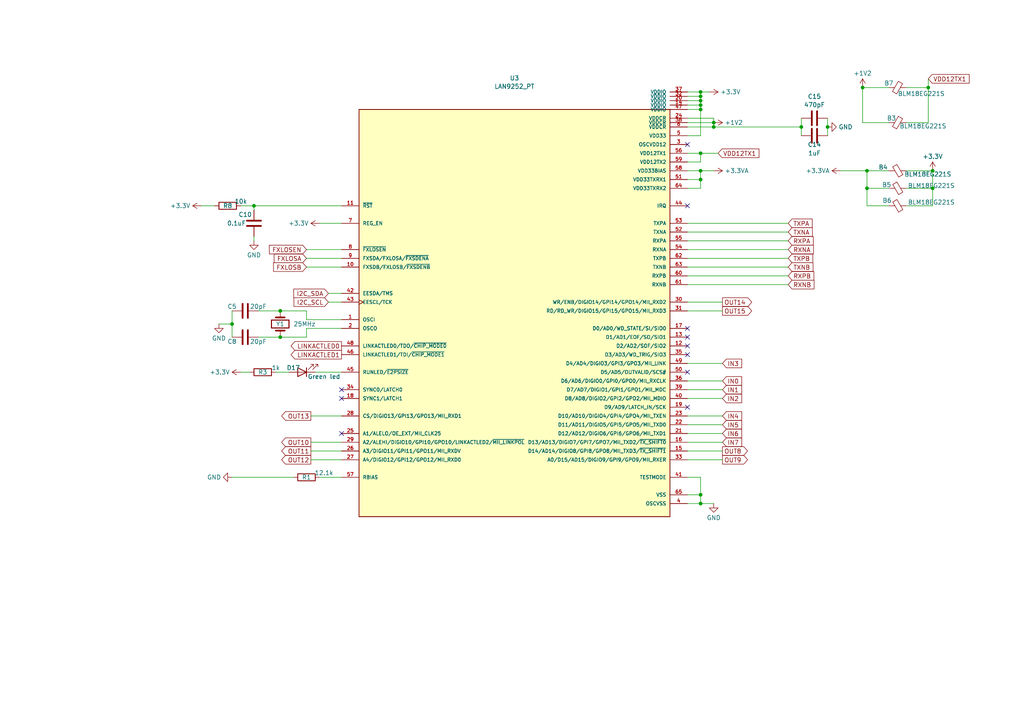
<source format=kicad_sch>
(kicad_sch
	(version 20231120)
	(generator "eeschema")
	(generator_version "8.0")
	(uuid "8e0e23cc-4513-4896-b845-574dd127ce6b")
	(paper "A4")
	(title_block
		(title "THCAD reader")
	)
	(lib_symbols
		(symbol "Device:C"
			(pin_numbers hide)
			(pin_names
				(offset 0.254)
			)
			(exclude_from_sim no)
			(in_bom yes)
			(on_board yes)
			(property "Reference" "C"
				(at 0.635 2.54 0)
				(effects
					(font
						(size 1.27 1.27)
					)
					(justify left)
				)
			)
			(property "Value" "C"
				(at 0.635 -2.54 0)
				(effects
					(font
						(size 1.27 1.27)
					)
					(justify left)
				)
			)
			(property "Footprint" ""
				(at 0.9652 -3.81 0)
				(effects
					(font
						(size 1.27 1.27)
					)
					(hide yes)
				)
			)
			(property "Datasheet" "~"
				(at 0 0 0)
				(effects
					(font
						(size 1.27 1.27)
					)
					(hide yes)
				)
			)
			(property "Description" "Unpolarized capacitor"
				(at 0 0 0)
				(effects
					(font
						(size 1.27 1.27)
					)
					(hide yes)
				)
			)
			(property "ki_keywords" "cap capacitor"
				(at 0 0 0)
				(effects
					(font
						(size 1.27 1.27)
					)
					(hide yes)
				)
			)
			(property "ki_fp_filters" "C_*"
				(at 0 0 0)
				(effects
					(font
						(size 1.27 1.27)
					)
					(hide yes)
				)
			)
			(symbol "C_0_1"
				(polyline
					(pts
						(xy -2.032 -0.762) (xy 2.032 -0.762)
					)
					(stroke
						(width 0.508)
						(type default)
					)
					(fill
						(type none)
					)
				)
				(polyline
					(pts
						(xy -2.032 0.762) (xy 2.032 0.762)
					)
					(stroke
						(width 0.508)
						(type default)
					)
					(fill
						(type none)
					)
				)
			)
			(symbol "C_1_1"
				(pin passive line
					(at 0 3.81 270)
					(length 2.794)
					(name "~"
						(effects
							(font
								(size 1.27 1.27)
							)
						)
					)
					(number "1"
						(effects
							(font
								(size 1.27 1.27)
							)
						)
					)
				)
				(pin passive line
					(at 0 -3.81 90)
					(length 2.794)
					(name "~"
						(effects
							(font
								(size 1.27 1.27)
							)
						)
					)
					(number "2"
						(effects
							(font
								(size 1.27 1.27)
							)
						)
					)
				)
			)
		)
		(symbol "Device:Crystal"
			(pin_numbers hide)
			(pin_names
				(offset 1.016) hide)
			(exclude_from_sim no)
			(in_bom yes)
			(on_board yes)
			(property "Reference" "Y"
				(at 0 3.81 0)
				(effects
					(font
						(size 1.27 1.27)
					)
				)
			)
			(property "Value" "Crystal"
				(at 0 -3.81 0)
				(effects
					(font
						(size 1.27 1.27)
					)
				)
			)
			(property "Footprint" ""
				(at 0 0 0)
				(effects
					(font
						(size 1.27 1.27)
					)
					(hide yes)
				)
			)
			(property "Datasheet" "~"
				(at 0 0 0)
				(effects
					(font
						(size 1.27 1.27)
					)
					(hide yes)
				)
			)
			(property "Description" "Two pin crystal"
				(at 0 0 0)
				(effects
					(font
						(size 1.27 1.27)
					)
					(hide yes)
				)
			)
			(property "ki_keywords" "quartz ceramic resonator oscillator"
				(at 0 0 0)
				(effects
					(font
						(size 1.27 1.27)
					)
					(hide yes)
				)
			)
			(property "ki_fp_filters" "Crystal*"
				(at 0 0 0)
				(effects
					(font
						(size 1.27 1.27)
					)
					(hide yes)
				)
			)
			(symbol "Crystal_0_1"
				(rectangle
					(start -1.143 2.54)
					(end 1.143 -2.54)
					(stroke
						(width 0.3048)
						(type default)
					)
					(fill
						(type none)
					)
				)
				(polyline
					(pts
						(xy -2.54 0) (xy -1.905 0)
					)
					(stroke
						(width 0)
						(type default)
					)
					(fill
						(type none)
					)
				)
				(polyline
					(pts
						(xy -1.905 -1.27) (xy -1.905 1.27)
					)
					(stroke
						(width 0.508)
						(type default)
					)
					(fill
						(type none)
					)
				)
				(polyline
					(pts
						(xy 1.905 -1.27) (xy 1.905 1.27)
					)
					(stroke
						(width 0.508)
						(type default)
					)
					(fill
						(type none)
					)
				)
				(polyline
					(pts
						(xy 2.54 0) (xy 1.905 0)
					)
					(stroke
						(width 0)
						(type default)
					)
					(fill
						(type none)
					)
				)
			)
			(symbol "Crystal_1_1"
				(pin passive line
					(at -3.81 0 0)
					(length 1.27)
					(name "1"
						(effects
							(font
								(size 1.27 1.27)
							)
						)
					)
					(number "1"
						(effects
							(font
								(size 1.27 1.27)
							)
						)
					)
				)
				(pin passive line
					(at 3.81 0 180)
					(length 1.27)
					(name "2"
						(effects
							(font
								(size 1.27 1.27)
							)
						)
					)
					(number "2"
						(effects
							(font
								(size 1.27 1.27)
							)
						)
					)
				)
			)
		)
		(symbol "Device:FerriteBead_Small"
			(pin_numbers hide)
			(pin_names
				(offset 0)
			)
			(exclude_from_sim no)
			(in_bom yes)
			(on_board yes)
			(property "Reference" "FB"
				(at 1.905 1.27 0)
				(effects
					(font
						(size 1.27 1.27)
					)
					(justify left)
				)
			)
			(property "Value" "FerriteBead_Small"
				(at 1.905 -1.27 0)
				(effects
					(font
						(size 1.27 1.27)
					)
					(justify left)
				)
			)
			(property "Footprint" ""
				(at -1.778 0 90)
				(effects
					(font
						(size 1.27 1.27)
					)
					(hide yes)
				)
			)
			(property "Datasheet" "~"
				(at 0 0 0)
				(effects
					(font
						(size 1.27 1.27)
					)
					(hide yes)
				)
			)
			(property "Description" "Ferrite bead, small symbol"
				(at 0 0 0)
				(effects
					(font
						(size 1.27 1.27)
					)
					(hide yes)
				)
			)
			(property "ki_keywords" "L ferrite bead inductor filter"
				(at 0 0 0)
				(effects
					(font
						(size 1.27 1.27)
					)
					(hide yes)
				)
			)
			(property "ki_fp_filters" "Inductor_* L_* *Ferrite*"
				(at 0 0 0)
				(effects
					(font
						(size 1.27 1.27)
					)
					(hide yes)
				)
			)
			(symbol "FerriteBead_Small_0_1"
				(polyline
					(pts
						(xy 0 -1.27) (xy 0 -0.7874)
					)
					(stroke
						(width 0)
						(type default)
					)
					(fill
						(type none)
					)
				)
				(polyline
					(pts
						(xy 0 0.889) (xy 0 1.2954)
					)
					(stroke
						(width 0)
						(type default)
					)
					(fill
						(type none)
					)
				)
				(polyline
					(pts
						(xy -1.8288 0.2794) (xy -1.1176 1.4986) (xy 1.8288 -0.2032) (xy 1.1176 -1.4224) (xy -1.8288 0.2794)
					)
					(stroke
						(width 0)
						(type default)
					)
					(fill
						(type none)
					)
				)
			)
			(symbol "FerriteBead_Small_1_1"
				(pin passive line
					(at 0 2.54 270)
					(length 1.27)
					(name "~"
						(effects
							(font
								(size 1.27 1.27)
							)
						)
					)
					(number "1"
						(effects
							(font
								(size 1.27 1.27)
							)
						)
					)
				)
				(pin passive line
					(at 0 -2.54 90)
					(length 1.27)
					(name "~"
						(effects
							(font
								(size 1.27 1.27)
							)
						)
					)
					(number "2"
						(effects
							(font
								(size 1.27 1.27)
							)
						)
					)
				)
			)
		)
		(symbol "Device:LED"
			(pin_numbers hide)
			(pin_names
				(offset 1.016) hide)
			(exclude_from_sim no)
			(in_bom yes)
			(on_board yes)
			(property "Reference" "D"
				(at 0 2.54 0)
				(effects
					(font
						(size 1.27 1.27)
					)
				)
			)
			(property "Value" "LED"
				(at 0 -2.54 0)
				(effects
					(font
						(size 1.27 1.27)
					)
				)
			)
			(property "Footprint" ""
				(at 0 0 0)
				(effects
					(font
						(size 1.27 1.27)
					)
					(hide yes)
				)
			)
			(property "Datasheet" "~"
				(at 0 0 0)
				(effects
					(font
						(size 1.27 1.27)
					)
					(hide yes)
				)
			)
			(property "Description" "Light emitting diode"
				(at 0 0 0)
				(effects
					(font
						(size 1.27 1.27)
					)
					(hide yes)
				)
			)
			(property "ki_keywords" "LED diode"
				(at 0 0 0)
				(effects
					(font
						(size 1.27 1.27)
					)
					(hide yes)
				)
			)
			(property "ki_fp_filters" "LED* LED_SMD:* LED_THT:*"
				(at 0 0 0)
				(effects
					(font
						(size 1.27 1.27)
					)
					(hide yes)
				)
			)
			(symbol "LED_0_1"
				(polyline
					(pts
						(xy -1.27 -1.27) (xy -1.27 1.27)
					)
					(stroke
						(width 0.254)
						(type default)
					)
					(fill
						(type none)
					)
				)
				(polyline
					(pts
						(xy -1.27 0) (xy 1.27 0)
					)
					(stroke
						(width 0)
						(type default)
					)
					(fill
						(type none)
					)
				)
				(polyline
					(pts
						(xy 1.27 -1.27) (xy 1.27 1.27) (xy -1.27 0) (xy 1.27 -1.27)
					)
					(stroke
						(width 0.254)
						(type default)
					)
					(fill
						(type none)
					)
				)
				(polyline
					(pts
						(xy -3.048 -0.762) (xy -4.572 -2.286) (xy -3.81 -2.286) (xy -4.572 -2.286) (xy -4.572 -1.524)
					)
					(stroke
						(width 0)
						(type default)
					)
					(fill
						(type none)
					)
				)
				(polyline
					(pts
						(xy -1.778 -0.762) (xy -3.302 -2.286) (xy -2.54 -2.286) (xy -3.302 -2.286) (xy -3.302 -1.524)
					)
					(stroke
						(width 0)
						(type default)
					)
					(fill
						(type none)
					)
				)
			)
			(symbol "LED_1_1"
				(pin passive line
					(at -3.81 0 0)
					(length 2.54)
					(name "K"
						(effects
							(font
								(size 1.27 1.27)
							)
						)
					)
					(number "1"
						(effects
							(font
								(size 1.27 1.27)
							)
						)
					)
				)
				(pin passive line
					(at 3.81 0 180)
					(length 2.54)
					(name "A"
						(effects
							(font
								(size 1.27 1.27)
							)
						)
					)
					(number "2"
						(effects
							(font
								(size 1.27 1.27)
							)
						)
					)
				)
			)
		)
		(symbol "Device:R"
			(pin_numbers hide)
			(pin_names
				(offset 0)
			)
			(exclude_from_sim no)
			(in_bom yes)
			(on_board yes)
			(property "Reference" "R"
				(at 2.032 0 90)
				(effects
					(font
						(size 1.27 1.27)
					)
				)
			)
			(property "Value" "R"
				(at 0 0 90)
				(effects
					(font
						(size 1.27 1.27)
					)
				)
			)
			(property "Footprint" ""
				(at -1.778 0 90)
				(effects
					(font
						(size 1.27 1.27)
					)
					(hide yes)
				)
			)
			(property "Datasheet" "~"
				(at 0 0 0)
				(effects
					(font
						(size 1.27 1.27)
					)
					(hide yes)
				)
			)
			(property "Description" "Resistor"
				(at 0 0 0)
				(effects
					(font
						(size 1.27 1.27)
					)
					(hide yes)
				)
			)
			(property "ki_keywords" "R res resistor"
				(at 0 0 0)
				(effects
					(font
						(size 1.27 1.27)
					)
					(hide yes)
				)
			)
			(property "ki_fp_filters" "R_*"
				(at 0 0 0)
				(effects
					(font
						(size 1.27 1.27)
					)
					(hide yes)
				)
			)
			(symbol "R_0_1"
				(rectangle
					(start -1.016 -2.54)
					(end 1.016 2.54)
					(stroke
						(width 0.254)
						(type default)
					)
					(fill
						(type none)
					)
				)
			)
			(symbol "R_1_1"
				(pin passive line
					(at 0 3.81 270)
					(length 1.27)
					(name "~"
						(effects
							(font
								(size 1.27 1.27)
							)
						)
					)
					(number "1"
						(effects
							(font
								(size 1.27 1.27)
							)
						)
					)
				)
				(pin passive line
					(at 0 -3.81 90)
					(length 1.27)
					(name "~"
						(effects
							(font
								(size 1.27 1.27)
							)
						)
					)
					(number "2"
						(effects
							(font
								(size 1.27 1.27)
							)
						)
					)
				)
			)
		)
		(symbol "LAN9252_PT:LAN9252_PT"
			(pin_names
				(offset 1.016)
			)
			(exclude_from_sim no)
			(in_bom yes)
			(on_board yes)
			(property "Reference" "U"
				(at -60.96 59.69 0)
				(effects
					(font
						(size 1.27 1.27)
					)
					(justify left bottom)
				)
			)
			(property "Value" "LAN9252_PT"
				(at -29.21 -60.96 0)
				(effects
					(font
						(size 1.27 1.27)
					)
					(justify left bottom)
				)
			)
			(property "Footprint" "LAN9252_PT:QFP50P1200X1200X120-65N"
				(at -5.08 6.35 0)
				(effects
					(font
						(size 1.27 1.27)
					)
					(justify bottom)
					(hide yes)
				)
			)
			(property "Datasheet" ""
				(at 0 0 0)
				(effects
					(font
						(size 1.27 1.27)
					)
					(hide yes)
				)
			)
			(property "Description" "\nEthernet Controller 10/100 Base-FX/T/TX PHY SPI Interface 64-TQFP-EP (10x10)\n"
				(at -1.27 10.16 0)
				(effects
					(font
						(size 1.27 1.27)
					)
					(justify bottom)
					(hide yes)
				)
			)
			(property "MF" "Microchip"
				(at -1.27 -13.97 0)
				(effects
					(font
						(size 1.27 1.27)
					)
					(justify bottom)
					(hide yes)
				)
			)
			(property "MAXIMUM_PACKAGE_HEIGHT" "1.2 mm"
				(at 0 -2.54 0)
				(effects
					(font
						(size 1.27 1.27)
					)
					(justify bottom)
					(hide yes)
				)
			)
			(property "Package" "TQFP-64 Microchip"
				(at -1.27 -11.43 0)
				(effects
					(font
						(size 1.27 1.27)
					)
					(justify bottom)
					(hide yes)
				)
			)
			(property "Price" ""
				(at 0 0 0)
				(effects
					(font
						(size 1.27 1.27)
					)
					(justify bottom)
					(hide yes)
				)
			)
			(property "Check_prices" ""
				(at 0 0 0)
				(effects
					(font
						(size 1.27 1.27)
					)
					(justify bottom)
					(hide yes)
				)
			)
			(property "STANDARD" "IPC 7351B"
				(at -1.27 -5.08 0)
				(effects
					(font
						(size 1.27 1.27)
					)
					(justify bottom)
					(hide yes)
				)
			)
			(property "PARTREV" "04-08-15"
				(at -1.27 -13.97 0)
				(effects
					(font
						(size 1.27 1.27)
					)
					(justify bottom)
					(hide yes)
				)
			)
			(property "SnapEDA_Link" ""
				(at 0 0 0)
				(effects
					(font
						(size 1.27 1.27)
					)
					(justify bottom)
					(hide yes)
				)
			)
			(property "MP" "LAN9252/PT"
				(at -2.54 3.81 0)
				(effects
					(font
						(size 1.27 1.27)
					)
					(justify bottom)
					(hide yes)
				)
			)
			(property "Purchase-URL" ""
				(at 0 0 0)
				(effects
					(font
						(size 1.27 1.27)
					)
					(justify bottom)
					(hide yes)
				)
			)
			(property "Availability" ""
				(at 0 -2.54 0)
				(effects
					(font
						(size 1.27 1.27)
					)
					(justify bottom)
					(hide yes)
				)
			)
			(property "MANUFACTURER" "Microchip Technology"
				(at -1.27 -8.89 0)
				(effects
					(font
						(size 1.27 1.27)
					)
					(justify bottom)
					(hide yes)
				)
			)
			(symbol "LAN9252_PT_0_0"
				(rectangle
					(start -29.21 58.42)
					(end 60.96 -59.69)
					(stroke
						(width 0.254)
						(type default)
					)
					(fill
						(type background)
					)
				)
				(pin input line
					(at -34.29 -2.54 0)
					(length 5.08)
					(name "OSCI"
						(effects
							(font
								(size 1.016 1.016)
							)
						)
					)
					(number "1"
						(effects
							(font
								(size 1.016 1.016)
							)
						)
					)
				)
				(pin input line
					(at -34.29 12.7 0)
					(length 5.08)
					(name "FXSDB/FXLOSB/~{FXSDENB}"
						(effects
							(font
								(size 1.016 1.016)
							)
						)
					)
					(number "10"
						(effects
							(font
								(size 1.016 1.016)
							)
						)
					)
				)
				(pin input line
					(at -34.29 30.48 0)
					(length 5.08)
					(name "~{RST}"
						(effects
							(font
								(size 1.016 1.016)
							)
						)
					)
					(number "11"
						(effects
							(font
								(size 1.016 1.016)
							)
						)
					)
				)
				(pin bidirectional line
					(at 66.04 -10.16 180)
					(length 5.08)
					(name "D2/AD2/SOF/SIO2"
						(effects
							(font
								(size 1.016 1.016)
							)
						)
					)
					(number "12"
						(effects
							(font
								(size 1.016 1.016)
							)
						)
					)
				)
				(pin bidirectional line
					(at 66.04 -7.62 180)
					(length 5.08)
					(name "D1/AD1/EOF/SO/SIO1"
						(effects
							(font
								(size 1.016 1.016)
							)
						)
					)
					(number "13"
						(effects
							(font
								(size 1.016 1.016)
							)
						)
					)
				)
				(pin power_in line
					(at 66.04 59.69 180)
					(length 5.08)
					(name "VDDIO"
						(effects
							(font
								(size 1.016 1.016)
							)
						)
					)
					(number "14"
						(effects
							(font
								(size 1.016 1.016)
							)
						)
					)
				)
				(pin bidirectional line
					(at 66.04 -40.64 180)
					(length 5.08)
					(name "D14/AD14/DIGIO8/GPI8/GPO8/MII_TXD3/~{TX_SHIFT1}"
						(effects
							(font
								(size 1.016 1.016)
							)
						)
					)
					(number "15"
						(effects
							(font
								(size 1.016 1.016)
							)
						)
					)
				)
				(pin bidirectional line
					(at 66.04 -38.1 180)
					(length 5.08)
					(name "D13/AD13/DIGIO7/GPI7/GPO7/MII_TXD2/~{TX_SHIFT0}"
						(effects
							(font
								(size 1.016 1.016)
							)
						)
					)
					(number "16"
						(effects
							(font
								(size 1.016 1.016)
							)
						)
					)
				)
				(pin bidirectional line
					(at 66.04 -5.08 180)
					(length 5.08)
					(name "D0/AD0/WD_STATE/SI/SIO0"
						(effects
							(font
								(size 1.016 1.016)
							)
						)
					)
					(number "17"
						(effects
							(font
								(size 1.016 1.016)
							)
						)
					)
				)
				(pin bidirectional line
					(at -34.29 -25.4 0)
					(length 5.08)
					(name "SYNC1/LATCH1"
						(effects
							(font
								(size 1.016 1.016)
							)
						)
					)
					(number "18"
						(effects
							(font
								(size 1.016 1.016)
							)
						)
					)
				)
				(pin bidirectional line
					(at 66.04 -27.94 180)
					(length 5.08)
					(name "D9/AD9/LATCH_IN/SCK"
						(effects
							(font
								(size 1.016 1.016)
							)
						)
					)
					(number "19"
						(effects
							(font
								(size 1.016 1.016)
							)
						)
					)
				)
				(pin output line
					(at -34.29 -5.08 0)
					(length 5.08)
					(name "OSCO"
						(effects
							(font
								(size 1.016 1.016)
							)
						)
					)
					(number "2"
						(effects
							(font
								(size 1.016 1.016)
							)
						)
					)
				)
				(pin power_in line
					(at 66.04 60.96 180)
					(length 5.08)
					(name "VDDIO"
						(effects
							(font
								(size 1.016 1.016)
							)
						)
					)
					(number "20"
						(effects
							(font
								(size 1.016 1.016)
							)
						)
					)
				)
				(pin bidirectional line
					(at 66.04 -35.56 180)
					(length 5.08)
					(name "D12/AD12/DIGIO6/GPI6/GPO6/MII_TXD1"
						(effects
							(font
								(size 1.016 1.016)
							)
						)
					)
					(number "21"
						(effects
							(font
								(size 1.016 1.016)
							)
						)
					)
				)
				(pin bidirectional line
					(at 66.04 -33.02 180)
					(length 5.08)
					(name "D11/AD11/DIGIO5/GPI5/GPO5/MII_TXD0"
						(effects
							(font
								(size 1.016 1.016)
							)
						)
					)
					(number "22"
						(effects
							(font
								(size 1.016 1.016)
							)
						)
					)
				)
				(pin bidirectional line
					(at 66.04 -30.48 180)
					(length 5.08)
					(name "D10/AD10/DIGIO4/GPI4/GPO4/MII_TXEN"
						(effects
							(font
								(size 1.016 1.016)
							)
						)
					)
					(number "23"
						(effects
							(font
								(size 1.016 1.016)
							)
						)
					)
				)
				(pin power_in line
					(at 66.04 55.88 180)
					(length 5.08)
					(name "VDDCR"
						(effects
							(font
								(size 1.016 1.016)
							)
						)
					)
					(number "24"
						(effects
							(font
								(size 1.016 1.016)
							)
						)
					)
				)
				(pin bidirectional line
					(at -34.29 -35.56 0)
					(length 5.08)
					(name "A1/ALELO/OE_EXT/MII_CLK25"
						(effects
							(font
								(size 1.016 1.016)
							)
						)
					)
					(number "25"
						(effects
							(font
								(size 1.016 1.016)
							)
						)
					)
				)
				(pin bidirectional line
					(at -34.29 -40.64 0)
					(length 5.08)
					(name "A3/DIGIO11/GPI11/GPO11/MII_RXDV"
						(effects
							(font
								(size 1.016 1.016)
							)
						)
					)
					(number "26"
						(effects
							(font
								(size 1.016 1.016)
							)
						)
					)
				)
				(pin bidirectional line
					(at -34.29 -43.18 0)
					(length 5.08)
					(name "A4/DIGIO12/GPI12/GPO12/MII_RXD0"
						(effects
							(font
								(size 1.016 1.016)
							)
						)
					)
					(number "27"
						(effects
							(font
								(size 1.016 1.016)
							)
						)
					)
				)
				(pin bidirectional line
					(at -34.29 -30.48 0)
					(length 5.08)
					(name "CS/DIGIO13/GPI13/GPO13/MII_RXD1"
						(effects
							(font
								(size 1.016 1.016)
							)
						)
					)
					(number "28"
						(effects
							(font
								(size 1.016 1.016)
							)
						)
					)
				)
				(pin bidirectional line
					(at -34.29 -38.1 0)
					(length 5.08)
					(name "A2/ALEHI/DIGIO10/GPI10/GPO10/LINKACTLED2/~{MII_LINKPOL}"
						(effects
							(font
								(size 1.016 1.016)
							)
						)
					)
					(number "29"
						(effects
							(font
								(size 1.016 1.016)
							)
						)
					)
				)
				(pin power_in line
					(at 66.04 48.26 180)
					(length 5.08)
					(name "OSCVDD12"
						(effects
							(font
								(size 1.016 1.016)
							)
						)
					)
					(number "3"
						(effects
							(font
								(size 1.016 1.016)
							)
						)
					)
				)
				(pin bidirectional line
					(at 66.04 2.54 180)
					(length 5.08)
					(name "WR/ENB/DIGIO14/GPI14/GPO14/MII_RXD2"
						(effects
							(font
								(size 1.016 1.016)
							)
						)
					)
					(number "30"
						(effects
							(font
								(size 1.016 1.016)
							)
						)
					)
				)
				(pin bidirectional line
					(at 66.04 0 180)
					(length 5.08)
					(name "RD/RD_WR/DIGIO15/GPI15/GPO15/MII_RXD3"
						(effects
							(font
								(size 1.016 1.016)
							)
						)
					)
					(number "31"
						(effects
							(font
								(size 1.016 1.016)
							)
						)
					)
				)
				(pin power_in line
					(at 66.04 62.23 180)
					(length 5.08)
					(name "VDDIO"
						(effects
							(font
								(size 1.016 1.016)
							)
						)
					)
					(number "32"
						(effects
							(font
								(size 1.016 1.016)
							)
						)
					)
				)
				(pin bidirectional line
					(at 66.04 -43.18 180)
					(length 5.08)
					(name "A0/D15/AD15/DIGIO9/GPI9/GPO9/MII_RXER"
						(effects
							(font
								(size 1.016 1.016)
							)
						)
					)
					(number "33"
						(effects
							(font
								(size 1.016 1.016)
							)
						)
					)
				)
				(pin bidirectional line
					(at -34.29 -22.86 0)
					(length 5.08)
					(name "SYNC0/LATCH0"
						(effects
							(font
								(size 1.016 1.016)
							)
						)
					)
					(number "34"
						(effects
							(font
								(size 1.016 1.016)
							)
						)
					)
				)
				(pin bidirectional line
					(at 66.04 -12.7 180)
					(length 5.08)
					(name "D3/AD3/WD_TRIG/SIO3"
						(effects
							(font
								(size 1.016 1.016)
							)
						)
					)
					(number "35"
						(effects
							(font
								(size 1.016 1.016)
							)
						)
					)
				)
				(pin bidirectional line
					(at 66.04 -20.32 180)
					(length 5.08)
					(name "D6/AD6/DIGIO0/GPI0/GPO0/MII_RXCLK"
						(effects
							(font
								(size 1.016 1.016)
							)
						)
					)
					(number "36"
						(effects
							(font
								(size 1.016 1.016)
							)
						)
					)
				)
				(pin power_in line
					(at 66.04 63.5 180)
					(length 5.08)
					(name "VDDIO"
						(effects
							(font
								(size 1.016 1.016)
							)
						)
					)
					(number "37"
						(effects
							(font
								(size 1.016 1.016)
							)
						)
					)
				)
				(pin power_in line
					(at 66.04 54.61 180)
					(length 5.08)
					(name "VDDCR"
						(effects
							(font
								(size 1.016 1.016)
							)
						)
					)
					(number "38"
						(effects
							(font
								(size 1.016 1.016)
							)
						)
					)
				)
				(pin bidirectional line
					(at 66.04 -22.86 180)
					(length 5.08)
					(name "D7/AD7/DIGIO1/GPI1/GPO1/MII_MDC"
						(effects
							(font
								(size 1.016 1.016)
							)
						)
					)
					(number "39"
						(effects
							(font
								(size 1.016 1.016)
							)
						)
					)
				)
				(pin power_in line
					(at 66.04 -55.88 180)
					(length 5.08)
					(name "OSCVSS"
						(effects
							(font
								(size 1.016 1.016)
							)
						)
					)
					(number "4"
						(effects
							(font
								(size 1.016 1.016)
							)
						)
					)
				)
				(pin bidirectional line
					(at 66.04 -25.4 180)
					(length 5.08)
					(name "D8/AD8/DIGIO2/GPI2/GPO2/MII_MDIO"
						(effects
							(font
								(size 1.016 1.016)
							)
						)
					)
					(number "40"
						(effects
							(font
								(size 1.016 1.016)
							)
						)
					)
				)
				(pin input line
					(at 66.04 -48.26 180)
					(length 5.08)
					(name "TESTMODE"
						(effects
							(font
								(size 1.016 1.016)
							)
						)
					)
					(number "41"
						(effects
							(font
								(size 1.016 1.016)
							)
						)
					)
				)
				(pin bidirectional line
					(at -34.29 5.08 0)
					(length 5.08)
					(name "EESDA/TMS"
						(effects
							(font
								(size 1.016 1.016)
							)
						)
					)
					(number "42"
						(effects
							(font
								(size 1.016 1.016)
							)
						)
					)
				)
				(pin output clock
					(at -34.29 2.54 0)
					(length 5.08)
					(name "EESCL/TCK"
						(effects
							(font
								(size 1.016 1.016)
							)
						)
					)
					(number "43"
						(effects
							(font
								(size 1.016 1.016)
							)
						)
					)
				)
				(pin output line
					(at 66.04 30.48 180)
					(length 5.08)
					(name "IRQ"
						(effects
							(font
								(size 1.016 1.016)
							)
						)
					)
					(number "44"
						(effects
							(font
								(size 1.016 1.016)
							)
						)
					)
				)
				(pin bidirectional line
					(at -34.29 -17.78 0)
					(length 5.08)
					(name "RUNLED/~{E2PSIZE}"
						(effects
							(font
								(size 1.016 1.016)
							)
						)
					)
					(number "45"
						(effects
							(font
								(size 1.016 1.016)
							)
						)
					)
				)
				(pin input line
					(at -34.29 -12.7 0)
					(length 5.08)
					(name "LINKACTLED1/TDI/~{CHIP_MODE1}"
						(effects
							(font
								(size 1.016 1.016)
							)
						)
					)
					(number "46"
						(effects
							(font
								(size 1.016 1.016)
							)
						)
					)
				)
				(pin power_in line
					(at 66.04 58.42 180)
					(length 5.08)
					(name "VDDIO"
						(effects
							(font
								(size 1.016 1.016)
							)
						)
					)
					(number "47"
						(effects
							(font
								(size 1.016 1.016)
							)
						)
					)
				)
				(pin output line
					(at -34.29 -10.16 0)
					(length 5.08)
					(name "LINKACTLED0/TDO/~{CHIP_MODE0}"
						(effects
							(font
								(size 1.016 1.016)
							)
						)
					)
					(number "48"
						(effects
							(font
								(size 1.016 1.016)
							)
						)
					)
				)
				(pin bidirectional line
					(at 66.04 -15.24 180)
					(length 5.08)
					(name "D4/AD4/DIGIO3/GPI3/GPO3/MII_LINK"
						(effects
							(font
								(size 1.016 1.016)
							)
						)
					)
					(number "49"
						(effects
							(font
								(size 1.016 1.016)
							)
						)
					)
				)
				(pin power_in line
					(at 66.04 50.8 180)
					(length 5.08)
					(name "VDD33"
						(effects
							(font
								(size 1.016 1.016)
							)
						)
					)
					(number "5"
						(effects
							(font
								(size 1.016 1.016)
							)
						)
					)
				)
				(pin bidirectional line
					(at 66.04 -17.78 180)
					(length 5.08)
					(name "D5/AD5/OUTVALID/SCS#"
						(effects
							(font
								(size 1.016 1.016)
							)
						)
					)
					(number "50"
						(effects
							(font
								(size 1.016 1.016)
							)
						)
					)
				)
				(pin power_in line
					(at 66.04 38.1 180)
					(length 5.08)
					(name "VDD33TXRX1"
						(effects
							(font
								(size 1.016 1.016)
							)
						)
					)
					(number "51"
						(effects
							(font
								(size 1.016 1.016)
							)
						)
					)
				)
				(pin bidirectional line
					(at 66.04 22.86 180)
					(length 5.08)
					(name "TXNA"
						(effects
							(font
								(size 1.016 1.016)
							)
						)
					)
					(number "52"
						(effects
							(font
								(size 1.016 1.016)
							)
						)
					)
				)
				(pin bidirectional line
					(at 66.04 25.4 180)
					(length 5.08)
					(name "TXPA"
						(effects
							(font
								(size 1.016 1.016)
							)
						)
					)
					(number "53"
						(effects
							(font
								(size 1.016 1.016)
							)
						)
					)
				)
				(pin bidirectional line
					(at 66.04 17.78 180)
					(length 5.08)
					(name "RXNA"
						(effects
							(font
								(size 1.016 1.016)
							)
						)
					)
					(number "54"
						(effects
							(font
								(size 1.016 1.016)
							)
						)
					)
				)
				(pin bidirectional line
					(at 66.04 20.32 180)
					(length 5.08)
					(name "RXPA"
						(effects
							(font
								(size 1.016 1.016)
							)
						)
					)
					(number "55"
						(effects
							(font
								(size 1.016 1.016)
							)
						)
					)
				)
				(pin power_in line
					(at 66.04 45.72 180)
					(length 5.08)
					(name "VDD12TX1"
						(effects
							(font
								(size 1.016 1.016)
							)
						)
					)
					(number "56"
						(effects
							(font
								(size 1.016 1.016)
							)
						)
					)
				)
				(pin passive line
					(at -34.29 -48.26 0)
					(length 5.08)
					(name "RBIAS"
						(effects
							(font
								(size 1.016 1.016)
							)
						)
					)
					(number "57"
						(effects
							(font
								(size 1.016 1.016)
							)
						)
					)
				)
				(pin power_in line
					(at 66.04 40.64 180)
					(length 5.08)
					(name "VDD33BIAS"
						(effects
							(font
								(size 1.016 1.016)
							)
						)
					)
					(number "58"
						(effects
							(font
								(size 1.016 1.016)
							)
						)
					)
				)
				(pin power_in line
					(at 66.04 43.18 180)
					(length 5.08)
					(name "VDD12TX2"
						(effects
							(font
								(size 1.016 1.016)
							)
						)
					)
					(number "59"
						(effects
							(font
								(size 1.016 1.016)
							)
						)
					)
				)
				(pin power_in line
					(at 66.04 53.34 180)
					(length 5.08)
					(name "VDDCR"
						(effects
							(font
								(size 1.016 1.016)
							)
						)
					)
					(number "6"
						(effects
							(font
								(size 1.016 1.016)
							)
						)
					)
				)
				(pin bidirectional line
					(at 66.04 10.16 180)
					(length 5.08)
					(name "RXPB"
						(effects
							(font
								(size 1.016 1.016)
							)
						)
					)
					(number "60"
						(effects
							(font
								(size 1.016 1.016)
							)
						)
					)
				)
				(pin bidirectional line
					(at 66.04 7.62 180)
					(length 5.08)
					(name "RXNB"
						(effects
							(font
								(size 1.016 1.016)
							)
						)
					)
					(number "61"
						(effects
							(font
								(size 1.016 1.016)
							)
						)
					)
				)
				(pin bidirectional line
					(at 66.04 15.24 180)
					(length 5.08)
					(name "TXPB"
						(effects
							(font
								(size 1.016 1.016)
							)
						)
					)
					(number "62"
						(effects
							(font
								(size 1.016 1.016)
							)
						)
					)
				)
				(pin bidirectional line
					(at 66.04 12.7 180)
					(length 5.08)
					(name "TXNB"
						(effects
							(font
								(size 1.016 1.016)
							)
						)
					)
					(number "63"
						(effects
							(font
								(size 1.016 1.016)
							)
						)
					)
				)
				(pin power_in line
					(at 66.04 35.56 180)
					(length 5.08)
					(name "VDD33TXRX2"
						(effects
							(font
								(size 1.016 1.016)
							)
						)
					)
					(number "64"
						(effects
							(font
								(size 1.016 1.016)
							)
						)
					)
				)
				(pin power_in line
					(at 66.04 -53.34 180)
					(length 5.08)
					(name "VSS"
						(effects
							(font
								(size 1.016 1.016)
							)
						)
					)
					(number "65"
						(effects
							(font
								(size 1.016 1.016)
							)
						)
					)
				)
				(pin input line
					(at -34.29 25.4 0)
					(length 5.08)
					(name "REG_EN"
						(effects
							(font
								(size 1.016 1.016)
							)
						)
					)
					(number "7"
						(effects
							(font
								(size 1.016 1.016)
							)
						)
					)
				)
				(pin input line
					(at -34.29 17.78 0)
					(length 5.08)
					(name "~{FXLOSEN}"
						(effects
							(font
								(size 1.016 1.016)
							)
						)
					)
					(number "8"
						(effects
							(font
								(size 1.016 1.016)
							)
						)
					)
				)
				(pin input line
					(at -34.29 15.24 0)
					(length 5.08)
					(name "FXSDA/FXLOSA/~{FXSDENA}"
						(effects
							(font
								(size 1.016 1.016)
							)
						)
					)
					(number "9"
						(effects
							(font
								(size 1.016 1.016)
							)
						)
					)
				)
			)
		)
		(symbol "power:+1V2"
			(power)
			(pin_names
				(offset 0)
			)
			(exclude_from_sim no)
			(in_bom yes)
			(on_board yes)
			(property "Reference" "#PWR"
				(at 0 -3.81 0)
				(effects
					(font
						(size 1.27 1.27)
					)
					(hide yes)
				)
			)
			(property "Value" "+1V2"
				(at 0 3.556 0)
				(effects
					(font
						(size 1.27 1.27)
					)
				)
			)
			(property "Footprint" ""
				(at 0 0 0)
				(effects
					(font
						(size 1.27 1.27)
					)
					(hide yes)
				)
			)
			(property "Datasheet" ""
				(at 0 0 0)
				(effects
					(font
						(size 1.27 1.27)
					)
					(hide yes)
				)
			)
			(property "Description" "Power symbol creates a global label with name \"+1V2\""
				(at 0 0 0)
				(effects
					(font
						(size 1.27 1.27)
					)
					(hide yes)
				)
			)
			(property "ki_keywords" "global power"
				(at 0 0 0)
				(effects
					(font
						(size 1.27 1.27)
					)
					(hide yes)
				)
			)
			(symbol "+1V2_0_1"
				(polyline
					(pts
						(xy -0.762 1.27) (xy 0 2.54)
					)
					(stroke
						(width 0)
						(type default)
					)
					(fill
						(type none)
					)
				)
				(polyline
					(pts
						(xy 0 0) (xy 0 2.54)
					)
					(stroke
						(width 0)
						(type default)
					)
					(fill
						(type none)
					)
				)
				(polyline
					(pts
						(xy 0 2.54) (xy 0.762 1.27)
					)
					(stroke
						(width 0)
						(type default)
					)
					(fill
						(type none)
					)
				)
			)
			(symbol "+1V2_1_1"
				(pin power_in line
					(at 0 0 90)
					(length 0) hide
					(name "+1V2"
						(effects
							(font
								(size 1.27 1.27)
							)
						)
					)
					(number "1"
						(effects
							(font
								(size 1.27 1.27)
							)
						)
					)
				)
			)
		)
		(symbol "power:+3.3V"
			(power)
			(pin_names
				(offset 0)
			)
			(exclude_from_sim no)
			(in_bom yes)
			(on_board yes)
			(property "Reference" "#PWR"
				(at 0 -3.81 0)
				(effects
					(font
						(size 1.27 1.27)
					)
					(hide yes)
				)
			)
			(property "Value" "+3.3V"
				(at 0 3.556 0)
				(effects
					(font
						(size 1.27 1.27)
					)
				)
			)
			(property "Footprint" ""
				(at 0 0 0)
				(effects
					(font
						(size 1.27 1.27)
					)
					(hide yes)
				)
			)
			(property "Datasheet" ""
				(at 0 0 0)
				(effects
					(font
						(size 1.27 1.27)
					)
					(hide yes)
				)
			)
			(property "Description" "Power symbol creates a global label with name \"+3.3V\""
				(at 0 0 0)
				(effects
					(font
						(size 1.27 1.27)
					)
					(hide yes)
				)
			)
			(property "ki_keywords" "global power"
				(at 0 0 0)
				(effects
					(font
						(size 1.27 1.27)
					)
					(hide yes)
				)
			)
			(symbol "+3.3V_0_1"
				(polyline
					(pts
						(xy -0.762 1.27) (xy 0 2.54)
					)
					(stroke
						(width 0)
						(type default)
					)
					(fill
						(type none)
					)
				)
				(polyline
					(pts
						(xy 0 0) (xy 0 2.54)
					)
					(stroke
						(width 0)
						(type default)
					)
					(fill
						(type none)
					)
				)
				(polyline
					(pts
						(xy 0 2.54) (xy 0.762 1.27)
					)
					(stroke
						(width 0)
						(type default)
					)
					(fill
						(type none)
					)
				)
			)
			(symbol "+3.3V_1_1"
				(pin power_in line
					(at 0 0 90)
					(length 0) hide
					(name "+3.3V"
						(effects
							(font
								(size 1.27 1.27)
							)
						)
					)
					(number "1"
						(effects
							(font
								(size 1.27 1.27)
							)
						)
					)
				)
			)
		)
		(symbol "power:+3.3VA"
			(power)
			(pin_names
				(offset 0)
			)
			(exclude_from_sim no)
			(in_bom yes)
			(on_board yes)
			(property "Reference" "#PWR"
				(at 0 -3.81 0)
				(effects
					(font
						(size 1.27 1.27)
					)
					(hide yes)
				)
			)
			(property "Value" "+3.3VA"
				(at 0 3.556 0)
				(effects
					(font
						(size 1.27 1.27)
					)
				)
			)
			(property "Footprint" ""
				(at 0 0 0)
				(effects
					(font
						(size 1.27 1.27)
					)
					(hide yes)
				)
			)
			(property "Datasheet" ""
				(at 0 0 0)
				(effects
					(font
						(size 1.27 1.27)
					)
					(hide yes)
				)
			)
			(property "Description" "Power symbol creates a global label with name \"+3.3VA\""
				(at 0 0 0)
				(effects
					(font
						(size 1.27 1.27)
					)
					(hide yes)
				)
			)
			(property "ki_keywords" "global power"
				(at 0 0 0)
				(effects
					(font
						(size 1.27 1.27)
					)
					(hide yes)
				)
			)
			(symbol "+3.3VA_0_1"
				(polyline
					(pts
						(xy -0.762 1.27) (xy 0 2.54)
					)
					(stroke
						(width 0)
						(type default)
					)
					(fill
						(type none)
					)
				)
				(polyline
					(pts
						(xy 0 0) (xy 0 2.54)
					)
					(stroke
						(width 0)
						(type default)
					)
					(fill
						(type none)
					)
				)
				(polyline
					(pts
						(xy 0 2.54) (xy 0.762 1.27)
					)
					(stroke
						(width 0)
						(type default)
					)
					(fill
						(type none)
					)
				)
			)
			(symbol "+3.3VA_1_1"
				(pin power_in line
					(at 0 0 90)
					(length 0) hide
					(name "+3.3VA"
						(effects
							(font
								(size 1.27 1.27)
							)
						)
					)
					(number "1"
						(effects
							(font
								(size 1.27 1.27)
							)
						)
					)
				)
			)
		)
		(symbol "power:GND"
			(power)
			(pin_names
				(offset 0)
			)
			(exclude_from_sim no)
			(in_bom yes)
			(on_board yes)
			(property "Reference" "#PWR"
				(at 0 -6.35 0)
				(effects
					(font
						(size 1.27 1.27)
					)
					(hide yes)
				)
			)
			(property "Value" "GND"
				(at 0 -3.81 0)
				(effects
					(font
						(size 1.27 1.27)
					)
				)
			)
			(property "Footprint" ""
				(at 0 0 0)
				(effects
					(font
						(size 1.27 1.27)
					)
					(hide yes)
				)
			)
			(property "Datasheet" ""
				(at 0 0 0)
				(effects
					(font
						(size 1.27 1.27)
					)
					(hide yes)
				)
			)
			(property "Description" "Power symbol creates a global label with name \"GND\" , ground"
				(at 0 0 0)
				(effects
					(font
						(size 1.27 1.27)
					)
					(hide yes)
				)
			)
			(property "ki_keywords" "global power"
				(at 0 0 0)
				(effects
					(font
						(size 1.27 1.27)
					)
					(hide yes)
				)
			)
			(symbol "GND_0_1"
				(polyline
					(pts
						(xy 0 0) (xy 0 -1.27) (xy 1.27 -1.27) (xy 0 -2.54) (xy -1.27 -1.27) (xy 0 -1.27)
					)
					(stroke
						(width 0)
						(type default)
					)
					(fill
						(type none)
					)
				)
			)
			(symbol "GND_1_1"
				(pin power_in line
					(at 0 0 270)
					(length 0) hide
					(name "GND"
						(effects
							(font
								(size 1.27 1.27)
							)
						)
					)
					(number "1"
						(effects
							(font
								(size 1.27 1.27)
							)
						)
					)
				)
			)
		)
	)
	(junction
		(at 270.51 49.53)
		(diameter 0)
		(color 0 0 0 0)
		(uuid "0885ba69-2fc5-4e8f-9997-415c92f796f1")
	)
	(junction
		(at 269.24 25.4)
		(diameter 0)
		(color 0 0 0 0)
		(uuid "0c3ba6fc-d0e1-4f1f-8f9b-bebed0e612ce")
	)
	(junction
		(at 232.41 36.83)
		(diameter 0)
		(color 0 0 0 0)
		(uuid "263248ae-c683-4c59-beaf-7b3864a845a6")
	)
	(junction
		(at 251.46 54.61)
		(diameter 0)
		(color 0 0 0 0)
		(uuid "31355d79-995e-4b41-8be0-0c9e4643017a")
	)
	(junction
		(at 203.2 49.53)
		(diameter 0)
		(color 0 0 0 0)
		(uuid "35ce7528-97c5-4c72-b8a7-1cdf13c5e568")
	)
	(junction
		(at 203.2 30.48)
		(diameter 0)
		(color 0 0 0 0)
		(uuid "40182a86-3837-4701-b1cf-b786b28cd3c5")
	)
	(junction
		(at 67.31 93.98)
		(diameter 0)
		(color 0 0 0 0)
		(uuid "45311484-699d-4b23-9b75-1e2ac8fa83b1")
	)
	(junction
		(at 203.2 143.51)
		(diameter 0)
		(color 0 0 0 0)
		(uuid "48e7757a-d3d6-4527-8ed0-805d726012d7")
	)
	(junction
		(at 203.2 31.75)
		(diameter 0)
		(color 0 0 0 0)
		(uuid "50af12ef-c3bf-4105-bca6-28ed6ddab985")
	)
	(junction
		(at 270.51 54.61)
		(diameter 0)
		(color 0 0 0 0)
		(uuid "5aeef6a2-3e36-4d06-8e93-b95679827cde")
	)
	(junction
		(at 73.66 59.69)
		(diameter 0)
		(color 0 0 0 0)
		(uuid "75dadb5b-c9f2-43c0-acab-427e64154c21")
	)
	(junction
		(at 203.2 52.07)
		(diameter 0)
		(color 0 0 0 0)
		(uuid "7a83dff4-8ea4-4b67-8647-2913cf0299d2")
	)
	(junction
		(at 240.03 36.83)
		(diameter 0)
		(color 0 0 0 0)
		(uuid "8caaeac5-a2f2-4f62-85d3-be5ce5b8f58f")
	)
	(junction
		(at 203.2 26.67)
		(diameter 0)
		(color 0 0 0 0)
		(uuid "996d558b-c70f-4d29-9dda-9fea9fc9d517")
	)
	(junction
		(at 207.01 35.56)
		(diameter 0)
		(color 0 0 0 0)
		(uuid "a3819a9a-f321-4e8d-9ee4-2c81ec61fa22")
	)
	(junction
		(at 250.19 25.4)
		(diameter 0)
		(color 0 0 0 0)
		(uuid "ae74edbd-5f93-4519-ab5a-c1074c52494a")
	)
	(junction
		(at 251.46 49.53)
		(diameter 0)
		(color 0 0 0 0)
		(uuid "b9010036-5a87-40bb-b525-94adaf998d92")
	)
	(junction
		(at 203.2 146.05)
		(diameter 0)
		(color 0 0 0 0)
		(uuid "bbd59ab0-bad3-416e-8073-094e105f8863")
	)
	(junction
		(at 207.01 36.83)
		(diameter 0)
		(color 0 0 0 0)
		(uuid "c1e465c4-b3cf-4aeb-b7f6-bef987018a01")
	)
	(junction
		(at 81.28 90.17)
		(diameter 0)
		(color 0 0 0 0)
		(uuid "d56d31ce-0457-4dc1-be5e-aeef98f3ed50")
	)
	(junction
		(at 81.28 97.79)
		(diameter 0)
		(color 0 0 0 0)
		(uuid "d8d7f2d9-aabb-4171-af91-a5e4b9fc7af2")
	)
	(junction
		(at 203.2 27.94)
		(diameter 0)
		(color 0 0 0 0)
		(uuid "e122817c-650d-4c0d-a34c-3a97414e8ddc")
	)
	(junction
		(at 203.2 44.45)
		(diameter 0)
		(color 0 0 0 0)
		(uuid "e3a974e2-fdde-48f0-aec0-447f4195f7c3")
	)
	(junction
		(at 203.2 29.21)
		(diameter 0)
		(color 0 0 0 0)
		(uuid "f45c08a9-1f16-4428-891e-f72916e63fde")
	)
	(no_connect
		(at 99.06 125.73)
		(uuid "0b0defea-ee25-449f-8c33-e4366a0bb9f1")
	)
	(no_connect
		(at 199.39 100.33)
		(uuid "1351ffc6-7ffa-4a26-8547-e8414b34427d")
	)
	(no_connect
		(at 199.39 59.69)
		(uuid "4e924a3a-952d-4479-ac9d-631be849dd31")
	)
	(no_connect
		(at 199.39 102.87)
		(uuid "5ff58872-2f6a-40a6-b8bf-32d13dd10446")
	)
	(no_connect
		(at 99.06 113.03)
		(uuid "7a7f5bb9-61aa-4475-bf45-47e027c2490e")
	)
	(no_connect
		(at 199.39 118.11)
		(uuid "804faff7-0d61-4e85-a5b4-faf3d00ec764")
	)
	(no_connect
		(at 199.39 97.79)
		(uuid "9d07d8c9-4381-40f2-839a-06b00fc5ef61")
	)
	(no_connect
		(at 199.39 107.95)
		(uuid "9d443a39-4a49-47f9-ba88-154f98a38b50")
	)
	(no_connect
		(at 199.39 95.25)
		(uuid "aea91771-9bda-4d12-aac3-bcd4e02dc291")
	)
	(no_connect
		(at 199.39 41.91)
		(uuid "b3ec83a1-5cf8-490e-ba08-02e97f4f2b35")
	)
	(no_connect
		(at 99.06 115.57)
		(uuid "b7fbd2f3-3dd4-4754-afa7-0d9b69bd0ce7")
	)
	(wire
		(pts
			(xy 199.39 31.75) (xy 203.2 31.75)
		)
		(stroke
			(width 0)
			(type default)
		)
		(uuid "0296f0ac-b199-445c-a506-24ae78985d0a")
	)
	(wire
		(pts
			(xy 90.17 130.81) (xy 99.06 130.81)
		)
		(stroke
			(width 0)
			(type default)
		)
		(uuid "02a23718-22b8-4a1d-87ac-0d62d1804d5e")
	)
	(wire
		(pts
			(xy 203.2 49.53) (xy 203.2 52.07)
		)
		(stroke
			(width 0)
			(type default)
		)
		(uuid "033a5f78-dfb9-4866-b81f-bf8f59f3b565")
	)
	(wire
		(pts
			(xy 199.39 39.37) (xy 203.2 39.37)
		)
		(stroke
			(width 0)
			(type default)
		)
		(uuid "037b5234-b694-4d23-8134-6e89083d36f1")
	)
	(wire
		(pts
			(xy 207.01 36.83) (xy 207.01 35.56)
		)
		(stroke
			(width 0)
			(type default)
		)
		(uuid "06129de6-1a41-4789-b1c7-e3437e8015ff")
	)
	(wire
		(pts
			(xy 199.39 52.07) (xy 203.2 52.07)
		)
		(stroke
			(width 0)
			(type default)
		)
		(uuid "0644901a-57eb-4149-9cfa-58a1a8d41042")
	)
	(wire
		(pts
			(xy 250.19 25.4) (xy 257.81 25.4)
		)
		(stroke
			(width 0)
			(type default)
		)
		(uuid "08f4d866-7718-45db-aa8b-cac736cad33f")
	)
	(wire
		(pts
			(xy 203.2 29.21) (xy 203.2 27.94)
		)
		(stroke
			(width 0)
			(type default)
		)
		(uuid "090a2e5b-7d79-45bb-85f8-3d68cf8270bc")
	)
	(wire
		(pts
			(xy 203.2 49.53) (xy 207.01 49.53)
		)
		(stroke
			(width 0)
			(type default)
		)
		(uuid "0c1ca199-356a-4c97-859a-6b2195bc7670")
	)
	(wire
		(pts
			(xy 88.9 74.93) (xy 99.06 74.93)
		)
		(stroke
			(width 0)
			(type default)
		)
		(uuid "0e1ce884-9aa2-44bc-a42a-eebb802de072")
	)
	(wire
		(pts
			(xy 232.41 36.83) (xy 232.41 39.37)
		)
		(stroke
			(width 0)
			(type default)
		)
		(uuid "0f3f0d10-bd82-40f0-a766-7e787384f20a")
	)
	(wire
		(pts
			(xy 270.51 54.61) (xy 262.89 54.61)
		)
		(stroke
			(width 0)
			(type default)
		)
		(uuid "10ca94a3-44fe-4b3c-bf63-347faec008ae")
	)
	(wire
		(pts
			(xy 99.06 95.25) (xy 88.9 95.25)
		)
		(stroke
			(width 0)
			(type default)
		)
		(uuid "11e2123a-d366-4d7b-bbf1-d49fd0828289")
	)
	(wire
		(pts
			(xy 203.2 31.75) (xy 203.2 30.48)
		)
		(stroke
			(width 0)
			(type default)
		)
		(uuid "11e90560-98b8-4cfd-9fbd-d2d2e5d37748")
	)
	(wire
		(pts
			(xy 67.31 93.98) (xy 67.31 97.79)
		)
		(stroke
			(width 0)
			(type default)
		)
		(uuid "166ace2d-027a-4107-903f-67eab5ac8895")
	)
	(wire
		(pts
			(xy 199.39 130.81) (xy 209.55 130.81)
		)
		(stroke
			(width 0)
			(type default)
		)
		(uuid "18600488-27c7-4149-bd59-891475f5568a")
	)
	(wire
		(pts
			(xy 199.39 36.83) (xy 207.01 36.83)
		)
		(stroke
			(width 0)
			(type default)
		)
		(uuid "1a1c30d8-c5ea-4347-ab74-5c2a18eef65c")
	)
	(wire
		(pts
			(xy 58.42 59.69) (xy 62.23 59.69)
		)
		(stroke
			(width 0)
			(type default)
		)
		(uuid "1c1d1c3a-23f6-408f-8dd2-1b28ebfd06a0")
	)
	(wire
		(pts
			(xy 203.2 54.61) (xy 203.2 52.07)
		)
		(stroke
			(width 0)
			(type default)
		)
		(uuid "20a9d3e9-713c-4f3b-989f-2034dc914e54")
	)
	(wire
		(pts
			(xy 199.39 105.41) (xy 209.55 105.41)
		)
		(stroke
			(width 0)
			(type default)
		)
		(uuid "22141f16-c433-402f-82bf-607f32e20cf7")
	)
	(wire
		(pts
			(xy 262.89 49.53) (xy 270.51 49.53)
		)
		(stroke
			(width 0)
			(type default)
		)
		(uuid "28d29b80-582a-4977-8509-14b5d20ba867")
	)
	(wire
		(pts
			(xy 199.39 64.77) (xy 228.6 64.77)
		)
		(stroke
			(width 0)
			(type default)
		)
		(uuid "2b42ca62-436b-42d5-96e2-4eecbf87a9b8")
	)
	(wire
		(pts
			(xy 199.39 120.65) (xy 209.55 120.65)
		)
		(stroke
			(width 0)
			(type default)
		)
		(uuid "2b7b267e-67a8-4981-a294-e43d2ca10e76")
	)
	(wire
		(pts
			(xy 251.46 49.53) (xy 257.81 49.53)
		)
		(stroke
			(width 0)
			(type default)
		)
		(uuid "2bbf19f3-7c31-4763-9169-16b69f164a48")
	)
	(wire
		(pts
			(xy 88.9 92.71) (xy 88.9 90.17)
		)
		(stroke
			(width 0)
			(type default)
		)
		(uuid "2eddf64f-d65e-418c-8222-6578d96f84ce")
	)
	(wire
		(pts
			(xy 203.2 30.48) (xy 203.2 29.21)
		)
		(stroke
			(width 0)
			(type default)
		)
		(uuid "3123f259-abbc-4f7d-8562-e088b5c0d98f")
	)
	(wire
		(pts
			(xy 207.01 34.29) (xy 207.01 35.56)
		)
		(stroke
			(width 0)
			(type default)
		)
		(uuid "314ed0ac-ad26-46ac-b0e0-9f3c397d0aa5")
	)
	(wire
		(pts
			(xy 67.31 138.43) (xy 85.09 138.43)
		)
		(stroke
			(width 0)
			(type default)
		)
		(uuid "326a33bf-86ea-4ccf-9bfc-e5f30441b4f3")
	)
	(wire
		(pts
			(xy 199.39 113.03) (xy 209.55 113.03)
		)
		(stroke
			(width 0)
			(type default)
		)
		(uuid "33bf9f62-ccd3-42e5-b933-f101f9927e9c")
	)
	(wire
		(pts
			(xy 199.39 110.49) (xy 209.55 110.49)
		)
		(stroke
			(width 0)
			(type default)
		)
		(uuid "389a8e26-187d-4c68-bc2f-9ca6cdf5276d")
	)
	(wire
		(pts
			(xy 99.06 92.71) (xy 88.9 92.71)
		)
		(stroke
			(width 0)
			(type default)
		)
		(uuid "3cd604ae-b315-4744-914c-ead573e64379")
	)
	(wire
		(pts
			(xy 270.51 54.61) (xy 270.51 59.69)
		)
		(stroke
			(width 0)
			(type default)
		)
		(uuid "3d514867-b2ff-43f2-9baf-69f40485456e")
	)
	(wire
		(pts
			(xy 199.39 143.51) (xy 203.2 143.51)
		)
		(stroke
			(width 0)
			(type default)
		)
		(uuid "3d5df95f-4167-4e67-a7b2-b718cc811a07")
	)
	(wire
		(pts
			(xy 199.39 128.27) (xy 209.55 128.27)
		)
		(stroke
			(width 0)
			(type default)
		)
		(uuid "4173cfbd-686a-459c-b5eb-68debc90c1e5")
	)
	(wire
		(pts
			(xy 81.28 90.17) (xy 88.9 90.17)
		)
		(stroke
			(width 0)
			(type default)
		)
		(uuid "41df87ba-7196-4c08-9b1c-a8be48effcbd")
	)
	(wire
		(pts
			(xy 240.03 36.83) (xy 240.03 39.37)
		)
		(stroke
			(width 0)
			(type default)
		)
		(uuid "4362b448-7c4c-4961-a80d-7249c362e00f")
	)
	(wire
		(pts
			(xy 250.19 25.4) (xy 250.19 35.56)
		)
		(stroke
			(width 0)
			(type default)
		)
		(uuid "471371cd-9e4b-416d-a36a-d4fa45cc1897")
	)
	(wire
		(pts
			(xy 270.51 59.69) (xy 262.89 59.69)
		)
		(stroke
			(width 0)
			(type default)
		)
		(uuid "49373043-dc9d-44c5-a1fe-d448e533a596")
	)
	(wire
		(pts
			(xy 69.85 107.95) (xy 72.39 107.95)
		)
		(stroke
			(width 0)
			(type default)
		)
		(uuid "49d4f0c8-422b-409c-9014-1b0fb767f8de")
	)
	(wire
		(pts
			(xy 199.39 34.29) (xy 207.01 34.29)
		)
		(stroke
			(width 0)
			(type default)
		)
		(uuid "4be8965a-646f-4cb8-92c7-ba6d517dc770")
	)
	(wire
		(pts
			(xy 199.39 146.05) (xy 203.2 146.05)
		)
		(stroke
			(width 0)
			(type default)
		)
		(uuid "4cd97502-31ae-498f-8606-6703649c54b1")
	)
	(wire
		(pts
			(xy 257.81 54.61) (xy 251.46 54.61)
		)
		(stroke
			(width 0)
			(type default)
		)
		(uuid "52eed4a5-e9d2-496b-8470-9bf27bcbc60e")
	)
	(wire
		(pts
			(xy 250.19 35.56) (xy 257.81 35.56)
		)
		(stroke
			(width 0)
			(type default)
		)
		(uuid "53c6e9cc-8129-4cfd-883f-1756d3f0b292")
	)
	(wire
		(pts
			(xy 199.39 138.43) (xy 203.2 138.43)
		)
		(stroke
			(width 0)
			(type default)
		)
		(uuid "55e315a2-f64a-4aed-ad92-072d6778bfe7")
	)
	(wire
		(pts
			(xy 73.66 59.69) (xy 99.06 59.69)
		)
		(stroke
			(width 0)
			(type default)
		)
		(uuid "5abfc41a-281d-4279-8ea4-68027869326d")
	)
	(wire
		(pts
			(xy 199.39 30.48) (xy 203.2 30.48)
		)
		(stroke
			(width 0)
			(type default)
		)
		(uuid "5b6c3123-a179-4dde-b5da-c7f4d0d93354")
	)
	(wire
		(pts
			(xy 199.39 29.21) (xy 203.2 29.21)
		)
		(stroke
			(width 0)
			(type default)
		)
		(uuid "5c2376f5-f349-4cb7-9eec-4943954577d9")
	)
	(wire
		(pts
			(xy 199.39 54.61) (xy 203.2 54.61)
		)
		(stroke
			(width 0)
			(type default)
		)
		(uuid "6180e0a8-b5e4-495c-a4d3-417393b6a954")
	)
	(wire
		(pts
			(xy 67.31 90.17) (xy 67.31 93.98)
		)
		(stroke
			(width 0)
			(type default)
		)
		(uuid "641e1660-9219-419d-a017-998a86432a0c")
	)
	(wire
		(pts
			(xy 90.17 128.27) (xy 99.06 128.27)
		)
		(stroke
			(width 0)
			(type default)
		)
		(uuid "64c973c8-9321-4f52-a36a-36b921408ac3")
	)
	(wire
		(pts
			(xy 199.39 46.99) (xy 203.2 46.99)
		)
		(stroke
			(width 0)
			(type default)
		)
		(uuid "66d78c52-9e6b-4dd4-b251-cf568f75d097")
	)
	(wire
		(pts
			(xy 199.39 72.39) (xy 228.6 72.39)
		)
		(stroke
			(width 0)
			(type default)
		)
		(uuid "677bb394-25ed-4f07-8740-4ec06683c46c")
	)
	(wire
		(pts
			(xy 90.17 133.35) (xy 99.06 133.35)
		)
		(stroke
			(width 0)
			(type default)
		)
		(uuid "695272bc-5a9f-41e6-a57b-dffc0f1509a6")
	)
	(wire
		(pts
			(xy 199.39 69.85) (xy 228.6 69.85)
		)
		(stroke
			(width 0)
			(type default)
		)
		(uuid "69619d7b-d72b-413a-ae49-6773668cb2e8")
	)
	(wire
		(pts
			(xy 203.2 44.45) (xy 208.28 44.45)
		)
		(stroke
			(width 0)
			(type default)
		)
		(uuid "69c73883-524e-440e-8181-ef9840bf2723")
	)
	(wire
		(pts
			(xy 199.39 67.31) (xy 228.6 67.31)
		)
		(stroke
			(width 0)
			(type default)
		)
		(uuid "69f5b5d6-0258-40c3-9cfb-d5f800f31507")
	)
	(wire
		(pts
			(xy 269.24 35.56) (xy 269.24 25.4)
		)
		(stroke
			(width 0)
			(type default)
		)
		(uuid "6a36754c-2d98-4c90-b255-95f831ea32c7")
	)
	(wire
		(pts
			(xy 199.39 27.94) (xy 203.2 27.94)
		)
		(stroke
			(width 0)
			(type default)
		)
		(uuid "7475ec4e-87ee-4352-a0be-04b214ec176b")
	)
	(wire
		(pts
			(xy 81.28 97.79) (xy 88.9 97.79)
		)
		(stroke
			(width 0)
			(type default)
		)
		(uuid "74b92687-e83a-4823-9d50-ebbbcc66c3d2")
	)
	(wire
		(pts
			(xy 91.44 107.95) (xy 99.06 107.95)
		)
		(stroke
			(width 0)
			(type default)
		)
		(uuid "7509e649-8907-408b-95bd-e3df14f30f35")
	)
	(wire
		(pts
			(xy 203.2 26.67) (xy 203.2 27.94)
		)
		(stroke
			(width 0)
			(type default)
		)
		(uuid "7765c812-4597-428f-93d1-fbe8d06447a9")
	)
	(wire
		(pts
			(xy 88.9 95.25) (xy 88.9 97.79)
		)
		(stroke
			(width 0)
			(type default)
		)
		(uuid "797f9aa8-c19f-4ae6-a5a9-d55557412faa")
	)
	(wire
		(pts
			(xy 90.17 120.65) (xy 99.06 120.65)
		)
		(stroke
			(width 0)
			(type default)
		)
		(uuid "7afbd08c-89c3-4252-9f1f-cf48b99a9ed6")
	)
	(wire
		(pts
			(xy 203.2 26.67) (xy 205.74 26.67)
		)
		(stroke
			(width 0)
			(type default)
		)
		(uuid "80d92dce-f6d3-40aa-9791-ba3615845ec0")
	)
	(wire
		(pts
			(xy 74.93 90.17) (xy 81.28 90.17)
		)
		(stroke
			(width 0)
			(type default)
		)
		(uuid "8111aa02-2d59-472b-baf7-4f73615a1530")
	)
	(wire
		(pts
			(xy 203.2 143.51) (xy 203.2 146.05)
		)
		(stroke
			(width 0)
			(type default)
		)
		(uuid "83048e9e-11e4-4d66-bab5-5af50c854da3")
	)
	(wire
		(pts
			(xy 203.2 39.37) (xy 203.2 31.75)
		)
		(stroke
			(width 0)
			(type default)
		)
		(uuid "831aa00b-e73a-4717-81a2-cb08af7cb257")
	)
	(wire
		(pts
			(xy 251.46 59.69) (xy 251.46 54.61)
		)
		(stroke
			(width 0)
			(type default)
		)
		(uuid "868c8589-a00c-49cc-9257-89d71312f41f")
	)
	(wire
		(pts
			(xy 199.39 82.55) (xy 228.6 82.55)
		)
		(stroke
			(width 0)
			(type default)
		)
		(uuid "949080a7-0f3c-4a24-b3b0-fc68687819d1")
	)
	(wire
		(pts
			(xy 88.9 72.39) (xy 99.06 72.39)
		)
		(stroke
			(width 0)
			(type default)
		)
		(uuid "9c6feda0-295d-4f73-b618-e1454dd9a03c")
	)
	(wire
		(pts
			(xy 199.39 74.93) (xy 228.6 74.93)
		)
		(stroke
			(width 0)
			(type default)
		)
		(uuid "9f100c0d-3619-477a-b66a-d9b4fc225df4")
	)
	(wire
		(pts
			(xy 199.39 133.35) (xy 209.55 133.35)
		)
		(stroke
			(width 0)
			(type default)
		)
		(uuid "a5595415-7feb-4b09-887e-9cc82df4554d")
	)
	(wire
		(pts
			(xy 243.84 49.53) (xy 251.46 49.53)
		)
		(stroke
			(width 0)
			(type default)
		)
		(uuid "a5c8c619-ea6d-4689-8f48-6ebe1148c42c")
	)
	(wire
		(pts
			(xy 92.71 138.43) (xy 99.06 138.43)
		)
		(stroke
			(width 0)
			(type default)
		)
		(uuid "a6ad82e5-7dda-4e7e-8ad8-5794ab56ec81")
	)
	(wire
		(pts
			(xy 73.66 59.69) (xy 69.85 59.69)
		)
		(stroke
			(width 0)
			(type default)
		)
		(uuid "a9aeeea2-3202-451b-b4f3-96a8dfc4ecc3")
	)
	(wire
		(pts
			(xy 207.01 36.83) (xy 232.41 36.83)
		)
		(stroke
			(width 0)
			(type default)
		)
		(uuid "ab6c6aa3-0c7b-45b1-8826-34d8e615149d")
	)
	(wire
		(pts
			(xy 199.39 125.73) (xy 209.55 125.73)
		)
		(stroke
			(width 0)
			(type default)
		)
		(uuid "ad46be66-a645-4451-8c48-ad812df2d117")
	)
	(wire
		(pts
			(xy 199.39 35.56) (xy 207.01 35.56)
		)
		(stroke
			(width 0)
			(type default)
		)
		(uuid "b0470e5b-15aa-4b11-8ee9-ae8baaf275d1")
	)
	(wire
		(pts
			(xy 199.39 44.45) (xy 203.2 44.45)
		)
		(stroke
			(width 0)
			(type default)
		)
		(uuid "b25466ad-edac-43a2-be48-4f720f171d29")
	)
	(wire
		(pts
			(xy 80.01 107.95) (xy 83.82 107.95)
		)
		(stroke
			(width 0)
			(type default)
		)
		(uuid "b2aaaa50-c569-40d5-8a68-2b3dcf7ea98a")
	)
	(wire
		(pts
			(xy 199.39 87.63) (xy 209.55 87.63)
		)
		(stroke
			(width 0)
			(type default)
		)
		(uuid "b5848172-3880-4704-b7dc-c08293848052")
	)
	(wire
		(pts
			(xy 199.39 80.01) (xy 228.6 80.01)
		)
		(stroke
			(width 0)
			(type default)
		)
		(uuid "b77caa19-853e-4e6e-b5d7-80a0f0458340")
	)
	(wire
		(pts
			(xy 199.39 115.57) (xy 209.55 115.57)
		)
		(stroke
			(width 0)
			(type default)
		)
		(uuid "b7fb7375-b4e8-488d-90b6-f72848e1d90d")
	)
	(wire
		(pts
			(xy 199.39 26.67) (xy 203.2 26.67)
		)
		(stroke
			(width 0)
			(type default)
		)
		(uuid "b960e25d-4e14-454d-9245-7ac952e7720d")
	)
	(wire
		(pts
			(xy 199.39 90.17) (xy 209.55 90.17)
		)
		(stroke
			(width 0)
			(type default)
		)
		(uuid "bcbea2b4-1e13-4db0-8fa4-23c43b26dd04")
	)
	(wire
		(pts
			(xy 232.41 34.29) (xy 232.41 36.83)
		)
		(stroke
			(width 0)
			(type default)
		)
		(uuid "c032e933-071d-4e55-805d-18b798989a02")
	)
	(wire
		(pts
			(xy 88.9 77.47) (xy 99.06 77.47)
		)
		(stroke
			(width 0)
			(type default)
		)
		(uuid "c573af96-ac41-4d3a-8598-1793f3b3f6e3")
	)
	(wire
		(pts
			(xy 73.66 60.96) (xy 73.66 59.69)
		)
		(stroke
			(width 0)
			(type default)
		)
		(uuid "ca524f50-30bf-4481-abfc-f0fa162c58bc")
	)
	(wire
		(pts
			(xy 270.51 49.53) (xy 270.51 54.61)
		)
		(stroke
			(width 0)
			(type default)
		)
		(uuid "ca80f26a-ec73-45c7-a012-5eeee9ab392b")
	)
	(wire
		(pts
			(xy 199.39 123.19) (xy 209.55 123.19)
		)
		(stroke
			(width 0)
			(type default)
		)
		(uuid "ca9b2f6b-a30f-4ce0-a5a5-16df6c1c2406")
	)
	(wire
		(pts
			(xy 269.24 25.4) (xy 262.89 25.4)
		)
		(stroke
			(width 0)
			(type default)
		)
		(uuid "d0b0ef23-a6c1-424e-9eaa-0011f726f83f")
	)
	(wire
		(pts
			(xy 92.71 64.77) (xy 99.06 64.77)
		)
		(stroke
			(width 0)
			(type default)
		)
		(uuid "d2b300ef-96d7-44a4-9975-74625c647939")
	)
	(wire
		(pts
			(xy 269.24 22.86) (xy 269.24 25.4)
		)
		(stroke
			(width 0)
			(type default)
		)
		(uuid "d2c47875-28ce-4553-8de3-3729fead8e9e")
	)
	(wire
		(pts
			(xy 240.03 34.29) (xy 240.03 36.83)
		)
		(stroke
			(width 0)
			(type default)
		)
		(uuid "d900628a-ee30-4e82-b047-63bbc2791f2c")
	)
	(wire
		(pts
			(xy 73.66 68.58) (xy 73.66 69.85)
		)
		(stroke
			(width 0)
			(type default)
		)
		(uuid "dceec1f4-1073-4500-96d6-ed0c21897780")
	)
	(wire
		(pts
			(xy 95.25 85.09) (xy 99.06 85.09)
		)
		(stroke
			(width 0)
			(type default)
		)
		(uuid "de543030-ad89-42f7-9a09-63449449f2ba")
	)
	(wire
		(pts
			(xy 251.46 54.61) (xy 251.46 49.53)
		)
		(stroke
			(width 0)
			(type default)
		)
		(uuid "e0bba607-493a-49f0-aafa-121d6312d78a")
	)
	(wire
		(pts
			(xy 199.39 77.47) (xy 228.6 77.47)
		)
		(stroke
			(width 0)
			(type default)
		)
		(uuid "e0f1afc7-bbb3-43be-9517-2de74b2820b3")
	)
	(wire
		(pts
			(xy 203.2 138.43) (xy 203.2 143.51)
		)
		(stroke
			(width 0)
			(type default)
		)
		(uuid "e1a810be-9f0b-4042-a3d4-913838172946")
	)
	(wire
		(pts
			(xy 199.39 49.53) (xy 203.2 49.53)
		)
		(stroke
			(width 0)
			(type default)
		)
		(uuid "e3beed2e-c202-4acc-a04a-02d56e94ad1f")
	)
	(wire
		(pts
			(xy 63.5 93.98) (xy 67.31 93.98)
		)
		(stroke
			(width 0)
			(type default)
		)
		(uuid "e48bc773-01fd-4b4e-b7ef-5792a2e60352")
	)
	(wire
		(pts
			(xy 95.25 87.63) (xy 99.06 87.63)
		)
		(stroke
			(width 0)
			(type default)
		)
		(uuid "f1c0a0a9-4eac-421d-99ca-d959697e9692")
	)
	(wire
		(pts
			(xy 203.2 46.99) (xy 203.2 44.45)
		)
		(stroke
			(width 0)
			(type default)
		)
		(uuid "f3f0657d-047d-4ca3-a1b0-e2876a18c3ab")
	)
	(wire
		(pts
			(xy 74.93 97.79) (xy 81.28 97.79)
		)
		(stroke
			(width 0)
			(type default)
		)
		(uuid "f79924f5-de30-4358-a7f7-54b4d8f9d3d1")
	)
	(wire
		(pts
			(xy 257.81 59.69) (xy 251.46 59.69)
		)
		(stroke
			(width 0)
			(type default)
		)
		(uuid "f8a3fae0-6fcc-415e-8644-a1dc9f780cda")
	)
	(wire
		(pts
			(xy 262.89 35.56) (xy 269.24 35.56)
		)
		(stroke
			(width 0)
			(type default)
		)
		(uuid "fe159f31-97d6-4464-9860-0f80ce33e793")
	)
	(wire
		(pts
			(xy 203.2 146.05) (xy 207.01 146.05)
		)
		(stroke
			(width 0)
			(type default)
		)
		(uuid "ff120a1e-0d2f-4568-8c86-c4c5c56152a4")
	)
	(global_label "LINKACTLED0"
		(shape output)
		(at 99.06 100.33 180)
		(fields_autoplaced yes)
		(effects
			(font
				(size 1.27 1.27)
			)
			(justify right)
		)
		(uuid "07ef20f6-d322-4030-9e63-3f7218b03ee8")
		(property "Intersheetrefs" "${INTERSHEET_REFS}"
			(at 83.8586 100.33 0)
			(effects
				(font
					(size 1.27 1.27)
				)
				(justify right)
				(hide yes)
			)
		)
	)
	(global_label "RXPA"
		(shape input)
		(at 228.6 69.85 0)
		(fields_autoplaced yes)
		(effects
			(font
				(size 1.27 1.27)
			)
			(justify left)
		)
		(uuid "2ccdac07-fa5a-4daa-959a-a2e5aceab432")
		(property "Intersheetrefs" "${INTERSHEET_REFS}"
			(at 236.4233 69.85 0)
			(effects
				(font
					(size 1.27 1.27)
				)
				(justify left)
				(hide yes)
			)
		)
	)
	(global_label "VDD12TX1"
		(shape input)
		(at 269.24 22.86 0)
		(fields_autoplaced yes)
		(effects
			(font
				(size 1.27 1.27)
			)
			(justify left)
		)
		(uuid "2d69f415-9505-4e00-9219-ed8036ea8acc")
		(property "Intersheetrefs" "${INTERSHEET_REFS}"
			(at 281.6594 22.86 0)
			(effects
				(font
					(size 1.27 1.27)
				)
				(justify left)
				(hide yes)
			)
		)
	)
	(global_label "OUT9"
		(shape output)
		(at 209.55 133.35 0)
		(fields_autoplaced yes)
		(effects
			(font
				(size 1.27 1.27)
			)
			(justify left)
		)
		(uuid "2f35daea-bc18-43c8-8f17-17c6b73d51d2")
		(property "Intersheetrefs" "${INTERSHEET_REFS}"
			(at 217.3733 133.35 0)
			(effects
				(font
					(size 1.27 1.27)
				)
				(justify left)
				(hide yes)
			)
		)
	)
	(global_label "FXLOSEN"
		(shape input)
		(at 88.9 72.39 180)
		(fields_autoplaced yes)
		(effects
			(font
				(size 1.27 1.27)
			)
			(justify right)
		)
		(uuid "3dea8708-dd89-4f65-8538-db18f94e2060")
		(property "Intersheetrefs" "${INTERSHEET_REFS}"
			(at 77.5691 72.39 0)
			(effects
				(font
					(size 1.27 1.27)
				)
				(justify right)
				(hide yes)
			)
		)
	)
	(global_label "OUT10"
		(shape output)
		(at 90.17 128.27 180)
		(fields_autoplaced yes)
		(effects
			(font
				(size 1.27 1.27)
			)
			(justify right)
		)
		(uuid "477a33df-dd13-4844-a805-6aeea468bfdc")
		(property "Intersheetrefs" "${INTERSHEET_REFS}"
			(at 81.1372 128.27 0)
			(effects
				(font
					(size 1.27 1.27)
				)
				(justify right)
				(hide yes)
			)
		)
	)
	(global_label "IN4"
		(shape input)
		(at 209.55 120.65 0)
		(fields_autoplaced yes)
		(effects
			(font
				(size 1.27 1.27)
			)
			(justify left)
		)
		(uuid "635b08f0-7da8-4ae6-99ae-1573a791dedf")
		(property "Intersheetrefs" "${INTERSHEET_REFS}"
			(at 215.68 120.65 0)
			(effects
				(font
					(size 1.27 1.27)
				)
				(justify left)
				(hide yes)
			)
		)
	)
	(global_label "TXPA"
		(shape input)
		(at 228.6 64.77 0)
		(fields_autoplaced yes)
		(effects
			(font
				(size 1.27 1.27)
			)
			(justify left)
		)
		(uuid "63b92ab5-3170-48b4-8e20-92fb822bdc13")
		(property "Intersheetrefs" "${INTERSHEET_REFS}"
			(at 236.1209 64.77 0)
			(effects
				(font
					(size 1.27 1.27)
				)
				(justify left)
				(hide yes)
			)
		)
	)
	(global_label "LINKACTLED1"
		(shape output)
		(at 99.06 102.87 180)
		(fields_autoplaced yes)
		(effects
			(font
				(size 1.27 1.27)
			)
			(justify right)
		)
		(uuid "64a4070c-beb3-4a3f-9733-570273e35b3a")
		(property "Intersheetrefs" "${INTERSHEET_REFS}"
			(at 83.8586 102.87 0)
			(effects
				(font
					(size 1.27 1.27)
				)
				(justify right)
				(hide yes)
			)
		)
	)
	(global_label "FXLOSB"
		(shape input)
		(at 88.9 77.47 180)
		(fields_autoplaced yes)
		(effects
			(font
				(size 1.27 1.27)
			)
			(justify right)
		)
		(uuid "697a9f10-88d8-4b5a-9095-038b4bd4a395")
		(property "Intersheetrefs" "${INTERSHEET_REFS}"
			(at 78.7786 77.47 0)
			(effects
				(font
					(size 1.27 1.27)
				)
				(justify right)
				(hide yes)
			)
		)
	)
	(global_label "RXNA"
		(shape input)
		(at 228.6 72.39 0)
		(fields_autoplaced yes)
		(effects
			(font
				(size 1.27 1.27)
			)
			(justify left)
		)
		(uuid "6a392129-ec4c-4032-90a0-19929dc469bd")
		(property "Intersheetrefs" "${INTERSHEET_REFS}"
			(at 236.4838 72.39 0)
			(effects
				(font
					(size 1.27 1.27)
				)
				(justify left)
				(hide yes)
			)
		)
	)
	(global_label "OUT15"
		(shape output)
		(at 209.55 90.17 0)
		(fields_autoplaced yes)
		(effects
			(font
				(size 1.27 1.27)
			)
			(justify left)
		)
		(uuid "72dbe284-718d-4cd8-a827-99bdeaf59cb4")
		(property "Intersheetrefs" "${INTERSHEET_REFS}"
			(at 218.5828 90.17 0)
			(effects
				(font
					(size 1.27 1.27)
				)
				(justify left)
				(hide yes)
			)
		)
	)
	(global_label "IN1"
		(shape input)
		(at 209.55 113.03 0)
		(fields_autoplaced yes)
		(effects
			(font
				(size 1.27 1.27)
			)
			(justify left)
		)
		(uuid "7437ca5f-1ccb-44bb-ad09-335d7fa472ab")
		(property "Intersheetrefs" "${INTERSHEET_REFS}"
			(at 215.68 113.03 0)
			(effects
				(font
					(size 1.27 1.27)
				)
				(justify left)
				(hide yes)
			)
		)
	)
	(global_label "IN7"
		(shape input)
		(at 209.55 128.27 0)
		(fields_autoplaced yes)
		(effects
			(font
				(size 1.27 1.27)
			)
			(justify left)
		)
		(uuid "7b11f61f-315d-4318-ad52-69fc3dfd8809")
		(property "Intersheetrefs" "${INTERSHEET_REFS}"
			(at 215.68 128.27 0)
			(effects
				(font
					(size 1.27 1.27)
				)
				(justify left)
				(hide yes)
			)
		)
	)
	(global_label "TXPB"
		(shape input)
		(at 228.6 74.93 0)
		(fields_autoplaced yes)
		(effects
			(font
				(size 1.27 1.27)
			)
			(justify left)
		)
		(uuid "7ebec443-6e61-4d47-8867-a3f837f30fae")
		(property "Intersheetrefs" "${INTERSHEET_REFS}"
			(at 236.3023 74.93 0)
			(effects
				(font
					(size 1.27 1.27)
				)
				(justify left)
				(hide yes)
			)
		)
	)
	(global_label "VDD12TX1"
		(shape input)
		(at 208.28 44.45 0)
		(fields_autoplaced yes)
		(effects
			(font
				(size 1.27 1.27)
			)
			(justify left)
		)
		(uuid "8544a949-42a5-4ce9-bda1-3055e3fba7b5")
		(property "Intersheetrefs" "${INTERSHEET_REFS}"
			(at 220.6994 44.45 0)
			(effects
				(font
					(size 1.27 1.27)
				)
				(justify left)
				(hide yes)
			)
		)
	)
	(global_label "IN5"
		(shape input)
		(at 209.55 123.19 0)
		(fields_autoplaced yes)
		(effects
			(font
				(size 1.27 1.27)
			)
			(justify left)
		)
		(uuid "8d0ea380-7130-4f0b-a16b-99f4fb9dde92")
		(property "Intersheetrefs" "${INTERSHEET_REFS}"
			(at 215.68 123.19 0)
			(effects
				(font
					(size 1.27 1.27)
				)
				(justify left)
				(hide yes)
			)
		)
	)
	(global_label "IN6"
		(shape input)
		(at 209.55 125.73 0)
		(fields_autoplaced yes)
		(effects
			(font
				(size 1.27 1.27)
			)
			(justify left)
		)
		(uuid "95c40a6a-b30e-446a-ab6a-946af111f70e")
		(property "Intersheetrefs" "${INTERSHEET_REFS}"
			(at 215.68 125.73 0)
			(effects
				(font
					(size 1.27 1.27)
				)
				(justify left)
				(hide yes)
			)
		)
	)
	(global_label "OUT12"
		(shape output)
		(at 90.17 133.35 180)
		(fields_autoplaced yes)
		(effects
			(font
				(size 1.27 1.27)
			)
			(justify right)
		)
		(uuid "97a24260-83f6-4ffe-b4ae-ee16d91e4f82")
		(property "Intersheetrefs" "${INTERSHEET_REFS}"
			(at 81.1372 133.35 0)
			(effects
				(font
					(size 1.27 1.27)
				)
				(justify right)
				(hide yes)
			)
		)
	)
	(global_label "TXNB"
		(shape input)
		(at 228.6 77.47 0)
		(fields_autoplaced yes)
		(effects
			(font
				(size 1.27 1.27)
			)
			(justify left)
		)
		(uuid "9a133ace-436f-4faf-9641-56cd75008071")
		(property "Intersheetrefs" "${INTERSHEET_REFS}"
			(at 236.3628 77.47 0)
			(effects
				(font
					(size 1.27 1.27)
				)
				(justify left)
				(hide yes)
			)
		)
	)
	(global_label "FXLOSA"
		(shape input)
		(at 88.9 74.93 180)
		(fields_autoplaced yes)
		(effects
			(font
				(size 1.27 1.27)
			)
			(justify right)
		)
		(uuid "a44db430-c825-456f-939e-ba02d05a799c")
		(property "Intersheetrefs" "${INTERSHEET_REFS}"
			(at 78.96 74.93 0)
			(effects
				(font
					(size 1.27 1.27)
				)
				(justify right)
				(hide yes)
			)
		)
	)
	(global_label "OUT14"
		(shape output)
		(at 209.55 87.63 0)
		(fields_autoplaced yes)
		(effects
			(font
				(size 1.27 1.27)
			)
			(justify left)
		)
		(uuid "aea81e4a-b1da-494b-af27-f77f8cde1da5")
		(property "Intersheetrefs" "${INTERSHEET_REFS}"
			(at 218.5828 87.63 0)
			(effects
				(font
					(size 1.27 1.27)
				)
				(justify left)
				(hide yes)
			)
		)
	)
	(global_label "RXNB"
		(shape input)
		(at 228.6 82.55 0)
		(fields_autoplaced yes)
		(effects
			(font
				(size 1.27 1.27)
			)
			(justify left)
		)
		(uuid "c5b08d47-a49d-4dd9-af16-917ac80c9cb7")
		(property "Intersheetrefs" "${INTERSHEET_REFS}"
			(at 236.6652 82.55 0)
			(effects
				(font
					(size 1.27 1.27)
				)
				(justify left)
				(hide yes)
			)
		)
	)
	(global_label "IN0"
		(shape input)
		(at 209.55 110.49 0)
		(fields_autoplaced yes)
		(effects
			(font
				(size 1.27 1.27)
			)
			(justify left)
		)
		(uuid "c6abd090-24a7-49a1-a805-2c440cbd2dda")
		(property "Intersheetrefs" "${INTERSHEET_REFS}"
			(at 215.68 110.49 0)
			(effects
				(font
					(size 1.27 1.27)
				)
				(justify left)
				(hide yes)
			)
		)
	)
	(global_label "OUT8"
		(shape output)
		(at 209.55 130.81 0)
		(fields_autoplaced yes)
		(effects
			(font
				(size 1.27 1.27)
			)
			(justify left)
		)
		(uuid "cc5e3f07-aa67-418a-87db-6317eb1f678e")
		(property "Intersheetrefs" "${INTERSHEET_REFS}"
			(at 217.3733 130.81 0)
			(effects
				(font
					(size 1.27 1.27)
				)
				(justify left)
				(hide yes)
			)
		)
	)
	(global_label "RXPB"
		(shape input)
		(at 228.6 80.01 0)
		(fields_autoplaced yes)
		(effects
			(font
				(size 1.27 1.27)
			)
			(justify left)
		)
		(uuid "d18e912d-42a4-4288-ac54-64f76cc4f0ce")
		(property "Intersheetrefs" "${INTERSHEET_REFS}"
			(at 236.6047 80.01 0)
			(effects
				(font
					(size 1.27 1.27)
				)
				(justify left)
				(hide yes)
			)
		)
	)
	(global_label "OUT13"
		(shape output)
		(at 90.17 120.65 180)
		(fields_autoplaced yes)
		(effects
			(font
				(size 1.27 1.27)
			)
			(justify right)
		)
		(uuid "d7cf0927-1d3a-4231-9264-4358592afb26")
		(property "Intersheetrefs" "${INTERSHEET_REFS}"
			(at 81.1372 120.65 0)
			(effects
				(font
					(size 1.27 1.27)
				)
				(justify right)
				(hide yes)
			)
		)
	)
	(global_label "I2C_SDA"
		(shape input)
		(at 95.25 85.09 180)
		(fields_autoplaced yes)
		(effects
			(font
				(size 1.27 1.27)
			)
			(justify right)
		)
		(uuid "d89a76c4-a8d6-4886-92f9-c2c8c5fd46a2")
		(property "Intersheetrefs" "${INTERSHEET_REFS}"
			(at 84.6448 85.09 0)
			(effects
				(font
					(size 1.27 1.27)
				)
				(justify right)
				(hide yes)
			)
		)
	)
	(global_label "TXNA"
		(shape input)
		(at 228.6 67.31 0)
		(fields_autoplaced yes)
		(effects
			(font
				(size 1.27 1.27)
			)
			(justify left)
		)
		(uuid "da52849e-92bc-4fe7-8945-69867fe13572")
		(property "Intersheetrefs" "${INTERSHEET_REFS}"
			(at 236.1814 67.31 0)
			(effects
				(font
					(size 1.27 1.27)
				)
				(justify left)
				(hide yes)
			)
		)
	)
	(global_label "IN3"
		(shape input)
		(at 209.55 105.41 0)
		(fields_autoplaced yes)
		(effects
			(font
				(size 1.27 1.27)
			)
			(justify left)
		)
		(uuid "da6cf152-20a8-4016-8cdc-b7544da97f85")
		(property "Intersheetrefs" "${INTERSHEET_REFS}"
			(at 215.68 105.41 0)
			(effects
				(font
					(size 1.27 1.27)
				)
				(justify left)
				(hide yes)
			)
		)
	)
	(global_label "OUT11"
		(shape output)
		(at 90.17 130.81 180)
		(fields_autoplaced yes)
		(effects
			(font
				(size 1.27 1.27)
			)
			(justify right)
		)
		(uuid "e168ffcb-e05f-4330-9f13-a7ffce0d7b23")
		(property "Intersheetrefs" "${INTERSHEET_REFS}"
			(at 81.1372 130.81 0)
			(effects
				(font
					(size 1.27 1.27)
				)
				(justify right)
				(hide yes)
			)
		)
	)
	(global_label "IN2"
		(shape input)
		(at 209.55 115.57 0)
		(fields_autoplaced yes)
		(effects
			(font
				(size 1.27 1.27)
			)
			(justify left)
		)
		(uuid "f3027a86-4200-415d-8391-43158b5f1e21")
		(property "Intersheetrefs" "${INTERSHEET_REFS}"
			(at 215.68 115.57 0)
			(effects
				(font
					(size 1.27 1.27)
				)
				(justify left)
				(hide yes)
			)
		)
	)
	(global_label "I2C_SCL"
		(shape input)
		(at 95.25 87.63 180)
		(fields_autoplaced yes)
		(effects
			(font
				(size 1.27 1.27)
			)
			(justify right)
		)
		(uuid "f7338c2d-082a-4e8b-bc30-242b2f7da616")
		(property "Intersheetrefs" "${INTERSHEET_REFS}"
			(at 84.7053 87.63 0)
			(effects
				(font
					(size 1.27 1.27)
				)
				(justify right)
				(hide yes)
			)
		)
	)
	(symbol
		(lib_id "power:GND")
		(at 207.01 146.05 0)
		(unit 1)
		(exclude_from_sim no)
		(in_bom yes)
		(on_board yes)
		(dnp no)
		(fields_autoplaced yes)
		(uuid "0654d8d7-ef4c-4083-8791-3d38990cd825")
		(property "Reference" "#PWR010"
			(at 207.01 152.4 0)
			(effects
				(font
					(size 1.27 1.27)
				)
				(hide yes)
			)
		)
		(property "Value" "GND"
			(at 207.01 150.1831 0)
			(effects
				(font
					(size 1.27 1.27)
				)
			)
		)
		(property "Footprint" ""
			(at 207.01 146.05 0)
			(effects
				(font
					(size 1.27 1.27)
				)
				(hide yes)
			)
		)
		(property "Datasheet" ""
			(at 207.01 146.05 0)
			(effects
				(font
					(size 1.27 1.27)
				)
				(hide yes)
			)
		)
		(property "Description" ""
			(at 207.01 146.05 0)
			(effects
				(font
					(size 1.27 1.27)
				)
				(hide yes)
			)
		)
		(pin "1"
			(uuid "337791ae-1f5f-4350-82de-3d256fc065ff")
		)
		(instances
			(project "THCAD-reader"
				(path "/5597aedc-b607-407f-bbfd-31b3b298ecb1/a120273a-c1ae-42b3-935d-01f789f654a3"
					(reference "#PWR010")
					(unit 1)
				)
			)
		)
	)
	(symbol
		(lib_id "power:GND")
		(at 73.66 69.85 0)
		(unit 1)
		(exclude_from_sim no)
		(in_bom yes)
		(on_board yes)
		(dnp no)
		(fields_autoplaced yes)
		(uuid "0935a299-0c82-4055-9df9-a1fac19af231")
		(property "Reference" "#PWR05"
			(at 73.66 76.2 0)
			(effects
				(font
					(size 1.27 1.27)
				)
				(hide yes)
			)
		)
		(property "Value" "GND"
			(at 73.66 73.9831 0)
			(effects
				(font
					(size 1.27 1.27)
				)
			)
		)
		(property "Footprint" ""
			(at 73.66 69.85 0)
			(effects
				(font
					(size 1.27 1.27)
				)
				(hide yes)
			)
		)
		(property "Datasheet" ""
			(at 73.66 69.85 0)
			(effects
				(font
					(size 1.27 1.27)
				)
				(hide yes)
			)
		)
		(property "Description" ""
			(at 73.66 69.85 0)
			(effects
				(font
					(size 1.27 1.27)
				)
				(hide yes)
			)
		)
		(pin "1"
			(uuid "704a837c-1e29-4b02-8bea-1a4769ee530b")
		)
		(instances
			(project "THCAD-reader"
				(path "/5597aedc-b607-407f-bbfd-31b3b298ecb1/a120273a-c1ae-42b3-935d-01f789f654a3"
					(reference "#PWR05")
					(unit 1)
				)
			)
		)
	)
	(symbol
		(lib_id "power:+3.3V")
		(at 69.85 107.95 90)
		(unit 1)
		(exclude_from_sim no)
		(in_bom yes)
		(on_board yes)
		(dnp no)
		(fields_autoplaced yes)
		(uuid "0a80354f-6d3f-43a9-ad8b-5d822c480397")
		(property "Reference" "#PWR04"
			(at 73.66 107.95 0)
			(effects
				(font
					(size 1.27 1.27)
				)
				(hide yes)
			)
		)
		(property "Value" "+3.3V"
			(at 66.675 107.95 90)
			(effects
				(font
					(size 1.27 1.27)
				)
				(justify left)
			)
		)
		(property "Footprint" ""
			(at 69.85 107.95 0)
			(effects
				(font
					(size 1.27 1.27)
				)
				(hide yes)
			)
		)
		(property "Datasheet" ""
			(at 69.85 107.95 0)
			(effects
				(font
					(size 1.27 1.27)
				)
				(hide yes)
			)
		)
		(property "Description" ""
			(at 69.85 107.95 0)
			(effects
				(font
					(size 1.27 1.27)
				)
				(hide yes)
			)
		)
		(pin "1"
			(uuid "042adac2-f1a4-491c-8dd0-df45994b1b4e")
		)
		(instances
			(project "THCAD-reader"
				(path "/5597aedc-b607-407f-bbfd-31b3b298ecb1/a120273a-c1ae-42b3-935d-01f789f654a3"
					(reference "#PWR04")
					(unit 1)
				)
			)
		)
	)
	(symbol
		(lib_id "power:+1V2")
		(at 207.01 35.56 270)
		(unit 1)
		(exclude_from_sim no)
		(in_bom yes)
		(on_board yes)
		(dnp no)
		(fields_autoplaced yes)
		(uuid "20d23163-8351-444b-9c5f-22ccf3e5d099")
		(property "Reference" "#PWR08"
			(at 203.2 35.56 0)
			(effects
				(font
					(size 1.27 1.27)
				)
				(hide yes)
			)
		)
		(property "Value" "+1V2"
			(at 210.185 35.56 90)
			(effects
				(font
					(size 1.27 1.27)
				)
				(justify left)
			)
		)
		(property "Footprint" ""
			(at 207.01 35.56 0)
			(effects
				(font
					(size 1.27 1.27)
				)
				(hide yes)
			)
		)
		(property "Datasheet" ""
			(at 207.01 35.56 0)
			(effects
				(font
					(size 1.27 1.27)
				)
				(hide yes)
			)
		)
		(property "Description" ""
			(at 207.01 35.56 0)
			(effects
				(font
					(size 1.27 1.27)
				)
				(hide yes)
			)
		)
		(pin "1"
			(uuid "41c4cf79-da00-4aa7-bda2-0aa7f886362f")
		)
		(instances
			(project "THCAD-reader"
				(path "/5597aedc-b607-407f-bbfd-31b3b298ecb1/a120273a-c1ae-42b3-935d-01f789f654a3"
					(reference "#PWR08")
					(unit 1)
				)
			)
		)
	)
	(symbol
		(lib_id "Device:R")
		(at 76.2 107.95 90)
		(unit 1)
		(exclude_from_sim no)
		(in_bom yes)
		(on_board yes)
		(dnp no)
		(uuid "527342f8-3b36-4995-977d-bb6e42d198f7")
		(property "Reference" "R3"
			(at 76.2 107.95 90)
			(effects
				(font
					(size 1.27 1.27)
				)
			)
		)
		(property "Value" "1k"
			(at 80.01 106.68 90)
			(effects
				(font
					(size 1.27 1.27)
				)
			)
		)
		(property "Footprint" "Resistor_SMD:R_0805_2012Metric"
			(at 76.2 109.728 90)
			(effects
				(font
					(size 1.27 1.27)
				)
				(hide yes)
			)
		)
		(property "Datasheet" "~"
			(at 76.2 107.95 0)
			(effects
				(font
					(size 1.27 1.27)
				)
				(hide yes)
			)
		)
		(property "Description" "Resistor"
			(at 76.2 107.95 0)
			(effects
				(font
					(size 1.27 1.27)
				)
				(hide yes)
			)
		)
		(pin "1"
			(uuid "90b23901-6fda-4e0b-a171-78911958aea9")
		)
		(pin "2"
			(uuid "650c9d20-5e09-4a95-9753-e067fcd9da68")
		)
		(instances
			(project "THCAD-reader"
				(path "/5597aedc-b607-407f-bbfd-31b3b298ecb1/a120273a-c1ae-42b3-935d-01f789f654a3"
					(reference "R3")
					(unit 1)
				)
			)
		)
	)
	(symbol
		(lib_id "Device:FerriteBead_Small")
		(at 260.35 35.56 90)
		(unit 1)
		(exclude_from_sim no)
		(in_bom yes)
		(on_board yes)
		(dnp no)
		(uuid "6fd06361-5482-48c1-b066-e959e7e5832a")
		(property "Reference" "B3"
			(at 258.572 34.29 90)
			(effects
				(font
					(size 1.27 1.27)
				)
			)
		)
		(property "Value" "BLM18EG221S"
			(at 267.716 36.576 90)
			(effects
				(font
					(size 1.27 1.27)
				)
			)
		)
		(property "Footprint" "Capacitor_SMD:C_0805_2012Metric"
			(at 260.35 37.338 90)
			(effects
				(font
					(size 1.27 1.27)
				)
				(hide yes)
			)
		)
		(property "Datasheet" "~"
			(at 260.35 35.56 0)
			(effects
				(font
					(size 1.27 1.27)
				)
				(hide yes)
			)
		)
		(property "Description" "Ferrite bead, small symbol"
			(at 260.35 35.56 0)
			(effects
				(font
					(size 1.27 1.27)
				)
				(hide yes)
			)
		)
		(pin "1"
			(uuid "8b1ac488-3a0c-46f2-bef5-de7f7f448b30")
		)
		(pin "2"
			(uuid "0e692ef8-9f57-4b3a-ae39-4d49b43e4293")
		)
		(instances
			(project "8In-8Out-LAN9252-only"
				(path "/5597aedc-b607-407f-bbfd-31b3b298ecb1/a120273a-c1ae-42b3-935d-01f789f654a3"
					(reference "B3")
					(unit 1)
				)
			)
		)
	)
	(symbol
		(lib_id "Device:FerriteBead_Small")
		(at 260.35 25.4 90)
		(unit 1)
		(exclude_from_sim no)
		(in_bom yes)
		(on_board yes)
		(dnp no)
		(uuid "77aa1ae2-fb25-4b94-ac1a-8d3113025bfc")
		(property "Reference" "B7"
			(at 257.81 24.13 90)
			(effects
				(font
					(size 1.27 1.27)
				)
			)
		)
		(property "Value" "BLM18EG221S"
			(at 267.208 27.178 90)
			(effects
				(font
					(size 1.27 1.27)
				)
			)
		)
		(property "Footprint" "Capacitor_SMD:C_0805_2012Metric"
			(at 260.35 27.178 90)
			(effects
				(font
					(size 1.27 1.27)
				)
				(hide yes)
			)
		)
		(property "Datasheet" "~"
			(at 260.35 25.4 0)
			(effects
				(font
					(size 1.27 1.27)
				)
				(hide yes)
			)
		)
		(property "Description" "Ferrite bead, small symbol"
			(at 260.35 25.4 0)
			(effects
				(font
					(size 1.27 1.27)
				)
				(hide yes)
			)
		)
		(pin "1"
			(uuid "9ffd971e-0041-473c-a1fc-563cbd7888da")
		)
		(pin "2"
			(uuid "b2fe8743-6091-4488-a43b-d4185e3e30c1")
		)
		(instances
			(project "8In-8Out-LAN9252-only"
				(path "/5597aedc-b607-407f-bbfd-31b3b298ecb1/a120273a-c1ae-42b3-935d-01f789f654a3"
					(reference "B7")
					(unit 1)
				)
			)
		)
	)
	(symbol
		(lib_id "Device:R")
		(at 88.9 138.43 90)
		(unit 1)
		(exclude_from_sim no)
		(in_bom yes)
		(on_board yes)
		(dnp no)
		(uuid "7a2e6716-8f74-4ee1-b0da-2b0be67f0859")
		(property "Reference" "R1"
			(at 88.9 138.43 90)
			(effects
				(font
					(size 1.27 1.27)
				)
			)
		)
		(property "Value" "12.1k"
			(at 93.98 137.16 90)
			(effects
				(font
					(size 1.27 1.27)
				)
			)
		)
		(property "Footprint" "Resistor_SMD:R_0805_2012Metric"
			(at 88.9 140.208 90)
			(effects
				(font
					(size 1.27 1.27)
				)
				(hide yes)
			)
		)
		(property "Datasheet" "~"
			(at 88.9 138.43 0)
			(effects
				(font
					(size 1.27 1.27)
				)
				(hide yes)
			)
		)
		(property "Description" "Resistor"
			(at 88.9 138.43 0)
			(effects
				(font
					(size 1.27 1.27)
				)
				(hide yes)
			)
		)
		(pin "1"
			(uuid "3e61a7b5-7d39-43ba-ac4a-05153d64fae2")
		)
		(pin "2"
			(uuid "63a3ab44-e0e3-47f0-b484-3a770cef9b0c")
		)
		(instances
			(project "THCAD-reader"
				(path "/5597aedc-b607-407f-bbfd-31b3b298ecb1/a120273a-c1ae-42b3-935d-01f789f654a3"
					(reference "R1")
					(unit 1)
				)
			)
		)
	)
	(symbol
		(lib_id "power:GND")
		(at 240.03 36.83 90)
		(unit 1)
		(exclude_from_sim no)
		(in_bom yes)
		(on_board yes)
		(dnp no)
		(fields_autoplaced yes)
		(uuid "86cb34f9-9549-4b29-a6e6-b4df0e7eec29")
		(property "Reference" "#PWR011"
			(at 246.38 36.83 0)
			(effects
				(font
					(size 1.27 1.27)
				)
				(hide yes)
			)
		)
		(property "Value" "GND"
			(at 243.205 36.83 90)
			(effects
				(font
					(size 1.27 1.27)
				)
				(justify right)
			)
		)
		(property "Footprint" ""
			(at 240.03 36.83 0)
			(effects
				(font
					(size 1.27 1.27)
				)
				(hide yes)
			)
		)
		(property "Datasheet" ""
			(at 240.03 36.83 0)
			(effects
				(font
					(size 1.27 1.27)
				)
				(hide yes)
			)
		)
		(property "Description" ""
			(at 240.03 36.83 0)
			(effects
				(font
					(size 1.27 1.27)
				)
				(hide yes)
			)
		)
		(pin "1"
			(uuid "7a8a4f49-8191-4172-8606-be4365ea4fd5")
		)
		(instances
			(project "THCAD-reader"
				(path "/5597aedc-b607-407f-bbfd-31b3b298ecb1/a120273a-c1ae-42b3-935d-01f789f654a3"
					(reference "#PWR011")
					(unit 1)
				)
			)
		)
	)
	(symbol
		(lib_id "Device:LED")
		(at 87.63 107.95 180)
		(unit 1)
		(exclude_from_sim no)
		(in_bom yes)
		(on_board yes)
		(dnp no)
		(uuid "87f59578-1618-4b06-80e4-79d657f9b767")
		(property "Reference" "D17"
			(at 85.09 106.68 0)
			(effects
				(font
					(size 1.27 1.27)
				)
			)
		)
		(property "Value" "Green led"
			(at 93.98 109.22 0)
			(effects
				(font
					(size 1.27 1.27)
				)
			)
		)
		(property "Footprint" "LED_SMD:LED_0805_2012Metric"
			(at 87.63 107.95 0)
			(effects
				(font
					(size 1.27 1.27)
				)
				(hide yes)
			)
		)
		(property "Datasheet" "~"
			(at 87.63 107.95 0)
			(effects
				(font
					(size 1.27 1.27)
				)
				(hide yes)
			)
		)
		(property "Description" "Light emitting diode"
			(at 87.63 107.95 0)
			(effects
				(font
					(size 1.27 1.27)
				)
				(hide yes)
			)
		)
		(pin "1"
			(uuid "4514f9ad-26ac-4393-a54a-ed1d5fd424d8")
		)
		(pin "2"
			(uuid "50380183-b56d-4f8e-801b-c015b2b97768")
		)
		(instances
			(project "THCAD-reader"
				(path "/5597aedc-b607-407f-bbfd-31b3b298ecb1/a120273a-c1ae-42b3-935d-01f789f654a3"
					(reference "D17")
					(unit 1)
				)
			)
		)
	)
	(symbol
		(lib_id "LAN9252_PT:LAN9252_PT")
		(at 133.35 90.17 0)
		(unit 1)
		(exclude_from_sim no)
		(in_bom yes)
		(on_board yes)
		(dnp no)
		(fields_autoplaced yes)
		(uuid "90b57c2b-d61e-4771-a181-fa25750f5d2c")
		(property "Reference" "U3"
			(at 149.225 22.6527 0)
			(effects
				(font
					(size 1.27 1.27)
				)
			)
		)
		(property "Value" "LAN9252_PT"
			(at 149.225 25.0769 0)
			(effects
				(font
					(size 1.27 1.27)
				)
			)
		)
		(property "Footprint" "Package_QFP:TQFP-64-1EP_10x10mm_P0.5mm_EP8x8mm"
			(at 128.27 83.82 0)
			(effects
				(font
					(size 1.27 1.27)
				)
				(justify bottom)
				(hide yes)
			)
		)
		(property "Datasheet" ""
			(at 133.35 90.17 0)
			(effects
				(font
					(size 1.27 1.27)
				)
				(hide yes)
			)
		)
		(property "Description" "Ethernet Controller 10/100 Base-FX/T/TX PHY SPI Interface 64-TQFP-EP (10x10)"
			(at 132.08 80.01 0)
			(effects
				(font
					(size 1.27 1.27)
				)
				(justify bottom)
				(hide yes)
			)
		)
		(property "MF" "Microchip"
			(at 132.08 104.14 0)
			(effects
				(font
					(size 1.27 1.27)
				)
				(justify bottom)
				(hide yes)
			)
		)
		(property "MAXIMUM_PACKAGE_HEIGHT" "1.2 mm"
			(at 133.35 92.71 0)
			(effects
				(font
					(size 1.27 1.27)
				)
				(justify bottom)
				(hide yes)
			)
		)
		(property "Package" "TQFP-64 Microchip"
			(at 132.08 101.6 0)
			(effects
				(font
					(size 1.27 1.27)
				)
				(justify bottom)
				(hide yes)
			)
		)
		(property "Price" ""
			(at 133.35 90.17 0)
			(effects
				(font
					(size 1.27 1.27)
				)
				(justify bottom)
				(hide yes)
			)
		)
		(property "Check_prices" ""
			(at 133.35 90.17 0)
			(effects
				(font
					(size 1.27 1.27)
				)
				(justify bottom)
				(hide yes)
			)
		)
		(property "STANDARD" "IPC 7351B"
			(at 132.08 95.25 0)
			(effects
				(font
					(size 1.27 1.27)
				)
				(justify bottom)
				(hide yes)
			)
		)
		(property "PARTREV" "04-08-15"
			(at 132.08 104.14 0)
			(effects
				(font
					(size 1.27 1.27)
				)
				(justify bottom)
				(hide yes)
			)
		)
		(property "SnapEDA_Link" ""
			(at 133.35 90.17 0)
			(effects
				(font
					(size 1.27 1.27)
				)
				(justify bottom)
				(hide yes)
			)
		)
		(property "MP" "LAN9252/PT"
			(at 130.81 86.36 0)
			(effects
				(font
					(size 1.27 1.27)
				)
				(justify bottom)
				(hide yes)
			)
		)
		(property "Purchase-URL" ""
			(at 133.35 90.17 0)
			(effects
				(font
					(size 1.27 1.27)
				)
				(justify bottom)
				(hide yes)
			)
		)
		(property "Availability" ""
			(at 133.35 92.71 0)
			(effects
				(font
					(size 1.27 1.27)
				)
				(justify bottom)
				(hide yes)
			)
		)
		(property "MANUFACTURER" "Microchip Technology"
			(at 132.08 99.06 0)
			(effects
				(font
					(size 1.27 1.27)
				)
				(justify bottom)
				(hide yes)
			)
		)
		(pin "1"
			(uuid "dea0314d-950e-4a56-a54a-d497fa591741")
		)
		(pin "10"
			(uuid "bc2f6736-609b-444b-b9f4-6a56beeae486")
		)
		(pin "11"
			(uuid "e1973540-3934-44b1-bcbd-a10388e4a430")
		)
		(pin "12"
			(uuid "27b1cbd5-ac2e-4c0a-8f0c-4958f469c192")
		)
		(pin "13"
			(uuid "787eacc5-602b-47cb-ad0b-9493970957bd")
		)
		(pin "14"
			(uuid "89f47bab-7aa0-4bb5-926b-a7f8b0dac30a")
		)
		(pin "15"
			(uuid "0052ecf2-3d13-4708-8b6c-e1118615ec1d")
		)
		(pin "16"
			(uuid "287b7678-f9d6-460f-a474-064c6fc415c9")
		)
		(pin "17"
			(uuid "d7f43a4b-3b6f-4549-95f2-07d5ef055cb4")
		)
		(pin "18"
			(uuid "c909f1f9-a688-4751-9b6c-f47d4ecbb2f9")
		)
		(pin "19"
			(uuid "d479d2a4-1888-4e5e-9d20-a67896990bcd")
		)
		(pin "2"
			(uuid "245d317d-cce7-49a5-8854-1a0938740493")
		)
		(pin "20"
			(uuid "58709c6d-6391-4cff-a6ef-30af32273a5c")
		)
		(pin "21"
			(uuid "d6c0f8cc-6610-4651-86c5-d207fa6fa09e")
		)
		(pin "22"
			(uuid "876ce129-7abf-47bc-a7e6-2c25b5a318cf")
		)
		(pin "23"
			(uuid "f02fbcbd-1272-4536-b5b5-57c1340fa467")
		)
		(pin "24"
			(uuid "e530795e-59fd-4655-a202-4ec542b18e64")
		)
		(pin "25"
			(uuid "fa14e46b-4e54-4208-bbbb-6106c096d0d2")
		)
		(pin "26"
			(uuid "29071755-16c5-4f8f-89ea-f18553c0bf1b")
		)
		(pin "27"
			(uuid "c0013c22-0a09-458d-8946-008a71e3b1cf")
		)
		(pin "28"
			(uuid "eec91eeb-6314-4f2b-8a5a-0605349301d4")
		)
		(pin "29"
			(uuid "d762fcb8-0426-490e-ae03-1698b18871b9")
		)
		(pin "3"
			(uuid "8039a348-bb94-47d3-af79-788802422e94")
		)
		(pin "30"
			(uuid "d80169f4-7c2f-4506-9591-14f55af30f47")
		)
		(pin "31"
			(uuid "35a6bd5d-26f0-4a61-a720-ac1e336caa19")
		)
		(pin "32"
			(uuid "10dbdf39-135f-4991-b002-0d89c6f07e5b")
		)
		(pin "33"
			(uuid "e746048a-f70f-4b1c-a3e3-734a19283504")
		)
		(pin "34"
			(uuid "dd6b6f15-243b-48ce-8e73-f7c52704ae43")
		)
		(pin "35"
			(uuid "eba9fd41-30f7-48d3-bd52-02de70eca59b")
		)
		(pin "36"
			(uuid "3ba156b8-2b56-429b-ac21-cda98639c7bd")
		)
		(pin "37"
			(uuid "e3b8ac3c-97c8-42f8-a040-a0c5e52bd3f5")
		)
		(pin "38"
			(uuid "632357ee-c9cd-48c4-9213-605ee6b4ddfa")
		)
		(pin "39"
			(uuid "21e395e2-2f2a-423d-ac4a-645d7f44189f")
		)
		(pin "4"
			(uuid "ad73c321-a889-46e5-afaa-12f58469691b")
		)
		(pin "40"
			(uuid "d36cdc00-5ebc-4194-aa35-105e13dcb619")
		)
		(pin "41"
			(uuid "faf5dcbd-9f96-42a4-b3dd-6d175a838349")
		)
		(pin "42"
			(uuid "4ec5571a-f82b-4fd9-80d3-9c439fb1ddc8")
		)
		(pin "43"
			(uuid "84d0379b-32e6-437c-90c2-6953ad38a52b")
		)
		(pin "44"
			(uuid "73370af1-ba78-4ed1-9d45-a2ce2ff02ff3")
		)
		(pin "45"
			(uuid "72690ba7-df0e-4279-b0bd-15f819e36a31")
		)
		(pin "46"
			(uuid "2a63de66-b2c1-4602-a6c9-0253ebc4ed81")
		)
		(pin "47"
			(uuid "4aef13ea-3338-4c66-b715-d7070b3f346f")
		)
		(pin "48"
			(uuid "78b56105-ad50-4fba-94e3-a79c0804e761")
		)
		(pin "49"
			(uuid "a6147992-f1a7-40a3-814c-621043e0bf67")
		)
		(pin "5"
			(uuid "c7fbd7ed-ea1d-45c0-884e-ecf56d9bce34")
		)
		(pin "50"
			(uuid "83c486d5-c98b-4017-bb5d-b1a016c91af8")
		)
		(pin "51"
			(uuid "ab774fe3-189d-4664-9bf5-6938381ca579")
		)
		(pin "52"
			(uuid "2142dbde-2018-418e-9f8e-95e849ea9a02")
		)
		(pin "53"
			(uuid "e62d741c-4041-424d-b6a8-168c7bb2c266")
		)
		(pin "54"
			(uuid "0bd7dcb6-09bf-4a81-aad5-937603086f44")
		)
		(pin "55"
			(uuid "9f82b557-5983-4d60-ac2f-5bc501694e61")
		)
		(pin "56"
			(uuid "8a2cc8b1-4f01-4bb7-97a9-743e7e652334")
		)
		(pin "57"
			(uuid "10094428-8575-46c8-b48c-193cbc048dc4")
		)
		(pin "58"
			(uuid "81dc8fad-7260-403d-a30b-4c9db6b11a63")
		)
		(pin "59"
			(uuid "67df6024-2853-4963-8d31-714c58ee3ff4")
		)
		(pin "6"
			(uuid "1ee8cf22-ee6e-4b21-9a64-369f8e456107")
		)
		(pin "60"
			(uuid "a32bb127-21b4-4b52-9502-7a7f5892c796")
		)
		(pin "61"
			(uuid "7f9a842e-02d9-452a-93a4-8e6ddbbf4bbe")
		)
		(pin "62"
			(uuid "edf71216-528d-4c59-add1-588a7088b07d")
		)
		(pin "63"
			(uuid "f0a4e35f-04f8-46cf-8bcd-9df305fe60f6")
		)
		(pin "64"
			(uuid "cd73d0de-efc7-42a2-a61a-e626c9c126c4")
		)
		(pin "65"
			(uuid "f12a988f-acce-448c-8652-77cac89210b8")
		)
		(pin "7"
			(uuid "35ecf20f-b3ff-4736-84d2-1415fb5bd047")
		)
		(pin "8"
			(uuid "63c7a864-5f91-4458-ac94-43b36d246a37")
		)
		(pin "9"
			(uuid "77ea4c58-50fb-437e-8eb7-059718e0de1c")
		)
		(instances
			(project "THCAD-reader"
				(path "/5597aedc-b607-407f-bbfd-31b3b298ecb1/a120273a-c1ae-42b3-935d-01f789f654a3"
					(reference "U3")
					(unit 1)
				)
			)
		)
	)
	(symbol
		(lib_id "Device:C")
		(at 71.12 97.79 90)
		(unit 1)
		(exclude_from_sim no)
		(in_bom yes)
		(on_board yes)
		(dnp no)
		(uuid "9b2c4e87-c642-4154-bf03-279c5c79f26d")
		(property "Reference" "C8"
			(at 67.31 99.06 90)
			(effects
				(font
					(size 1.27 1.27)
				)
			)
		)
		(property "Value" "20pF"
			(at 74.93 99.06 90)
			(effects
				(font
					(size 1.27 1.27)
				)
			)
		)
		(property "Footprint" "Capacitor_SMD:C_0805_2012Metric"
			(at 74.93 96.8248 0)
			(effects
				(font
					(size 1.27 1.27)
				)
				(hide yes)
			)
		)
		(property "Datasheet" "~"
			(at 71.12 97.79 0)
			(effects
				(font
					(size 1.27 1.27)
				)
				(hide yes)
			)
		)
		(property "Description" "Unpolarized capacitor"
			(at 71.12 97.79 0)
			(effects
				(font
					(size 1.27 1.27)
				)
				(hide yes)
			)
		)
		(pin "1"
			(uuid "eac7a053-2c7d-4ed9-9abf-78501371a6a6")
		)
		(pin "2"
			(uuid "e54ee814-8d07-4634-adf8-13a10462a9bd")
		)
		(instances
			(project "THCAD-reader"
				(path "/5597aedc-b607-407f-bbfd-31b3b298ecb1/a120273a-c1ae-42b3-935d-01f789f654a3"
					(reference "C8")
					(unit 1)
				)
			)
		)
	)
	(symbol
		(lib_id "Device:FerriteBead_Small")
		(at 260.35 59.69 270)
		(mirror x)
		(unit 1)
		(exclude_from_sim no)
		(in_bom yes)
		(on_board yes)
		(dnp no)
		(uuid "9bb9bb37-646e-43f7-b439-569b06d2efc0")
		(property "Reference" "B6"
			(at 257.302 58.166 90)
			(effects
				(font
					(size 1.27 1.27)
				)
			)
		)
		(property "Value" "BLM18EG221S"
			(at 270.129 58.674 90)
			(effects
				(font
					(size 1.27 1.27)
				)
			)
		)
		(property "Footprint" "Capacitor_SMD:C_0805_2012Metric"
			(at 260.35 61.468 90)
			(effects
				(font
					(size 1.27 1.27)
				)
				(hide yes)
			)
		)
		(property "Datasheet" "~"
			(at 260.35 59.69 0)
			(effects
				(font
					(size 1.27 1.27)
				)
				(hide yes)
			)
		)
		(property "Description" "Ferrite bead, small symbol"
			(at 260.35 59.69 0)
			(effects
				(font
					(size 1.27 1.27)
				)
				(hide yes)
			)
		)
		(pin "1"
			(uuid "bcbabe13-69c0-4096-883f-610c5be0afc1")
		)
		(pin "2"
			(uuid "28437838-5c66-4a68-a6d2-3cc6e5df8e71")
		)
		(instances
			(project "8In-8Out-LAN9252-only"
				(path "/5597aedc-b607-407f-bbfd-31b3b298ecb1/a120273a-c1ae-42b3-935d-01f789f654a3"
					(reference "B6")
					(unit 1)
				)
			)
		)
	)
	(symbol
		(lib_id "power:+3.3V")
		(at 205.74 26.67 270)
		(unit 1)
		(exclude_from_sim no)
		(in_bom yes)
		(on_board yes)
		(dnp no)
		(fields_autoplaced yes)
		(uuid "9bc030c2-ea7d-45a6-b741-7728a20b79fe")
		(property "Reference" "#PWR07"
			(at 201.93 26.67 0)
			(effects
				(font
					(size 1.27 1.27)
				)
				(hide yes)
			)
		)
		(property "Value" "+3.3V"
			(at 208.915 26.67 90)
			(effects
				(font
					(size 1.27 1.27)
				)
				(justify left)
			)
		)
		(property "Footprint" ""
			(at 205.74 26.67 0)
			(effects
				(font
					(size 1.27 1.27)
				)
				(hide yes)
			)
		)
		(property "Datasheet" ""
			(at 205.74 26.67 0)
			(effects
				(font
					(size 1.27 1.27)
				)
				(hide yes)
			)
		)
		(property "Description" ""
			(at 205.74 26.67 0)
			(effects
				(font
					(size 1.27 1.27)
				)
				(hide yes)
			)
		)
		(pin "1"
			(uuid "eddd6806-93d8-4163-92fe-353a1a3f391f")
		)
		(instances
			(project "THCAD-reader"
				(path "/5597aedc-b607-407f-bbfd-31b3b298ecb1/a120273a-c1ae-42b3-935d-01f789f654a3"
					(reference "#PWR07")
					(unit 1)
				)
			)
		)
	)
	(symbol
		(lib_id "power:GND")
		(at 63.5 93.98 0)
		(unit 1)
		(exclude_from_sim no)
		(in_bom yes)
		(on_board yes)
		(dnp no)
		(fields_autoplaced yes)
		(uuid "a1cee8a0-3bdf-41f1-b097-1af04019d9f0")
		(property "Reference" "#PWR02"
			(at 63.5 100.33 0)
			(effects
				(font
					(size 1.27 1.27)
				)
				(hide yes)
			)
		)
		(property "Value" "GND"
			(at 63.5 98.1131 0)
			(effects
				(font
					(size 1.27 1.27)
				)
			)
		)
		(property "Footprint" ""
			(at 63.5 93.98 0)
			(effects
				(font
					(size 1.27 1.27)
				)
				(hide yes)
			)
		)
		(property "Datasheet" ""
			(at 63.5 93.98 0)
			(effects
				(font
					(size 1.27 1.27)
				)
				(hide yes)
			)
		)
		(property "Description" ""
			(at 63.5 93.98 0)
			(effects
				(font
					(size 1.27 1.27)
				)
				(hide yes)
			)
		)
		(pin "1"
			(uuid "2098ce10-6270-49c8-a9f4-4548eb18d3d4")
		)
		(instances
			(project "THCAD-reader"
				(path "/5597aedc-b607-407f-bbfd-31b3b298ecb1/a120273a-c1ae-42b3-935d-01f789f654a3"
					(reference "#PWR02")
					(unit 1)
				)
			)
		)
	)
	(symbol
		(lib_id "power:+3.3V")
		(at 270.51 49.53 0)
		(mirror y)
		(unit 1)
		(exclude_from_sim no)
		(in_bom yes)
		(on_board yes)
		(dnp no)
		(fields_autoplaced yes)
		(uuid "a34efb0f-7f8e-42a2-8fb2-8d360c550f20")
		(property "Reference" "#PWR013"
			(at 270.51 53.34 0)
			(effects
				(font
					(size 1.27 1.27)
				)
				(hide yes)
			)
		)
		(property "Value" "+3.3V"
			(at 270.51 45.3969 0)
			(effects
				(font
					(size 1.27 1.27)
				)
			)
		)
		(property "Footprint" ""
			(at 270.51 49.53 0)
			(effects
				(font
					(size 1.27 1.27)
				)
				(hide yes)
			)
		)
		(property "Datasheet" ""
			(at 270.51 49.53 0)
			(effects
				(font
					(size 1.27 1.27)
				)
				(hide yes)
			)
		)
		(property "Description" ""
			(at 270.51 49.53 0)
			(effects
				(font
					(size 1.27 1.27)
				)
				(hide yes)
			)
		)
		(pin "1"
			(uuid "5d18e71d-d8a2-4286-9252-b54902e80892")
		)
		(instances
			(project "8In-8Out-LAN9252-only"
				(path "/5597aedc-b607-407f-bbfd-31b3b298ecb1/a120273a-c1ae-42b3-935d-01f789f654a3"
					(reference "#PWR013")
					(unit 1)
				)
			)
		)
	)
	(symbol
		(lib_id "power:+3.3VA")
		(at 207.01 49.53 270)
		(unit 1)
		(exclude_from_sim no)
		(in_bom yes)
		(on_board yes)
		(dnp no)
		(fields_autoplaced yes)
		(uuid "bdf957ad-e333-4dbb-8946-c85c0a7f9e96")
		(property "Reference" "#PWR09"
			(at 203.2 49.53 0)
			(effects
				(font
					(size 1.27 1.27)
				)
				(hide yes)
			)
		)
		(property "Value" "+3.3VA"
			(at 210.185 49.53 90)
			(effects
				(font
					(size 1.27 1.27)
				)
				(justify left)
			)
		)
		(property "Footprint" ""
			(at 207.01 49.53 0)
			(effects
				(font
					(size 1.27 1.27)
				)
				(hide yes)
			)
		)
		(property "Datasheet" ""
			(at 207.01 49.53 0)
			(effects
				(font
					(size 1.27 1.27)
				)
				(hide yes)
			)
		)
		(property "Description" ""
			(at 207.01 49.53 0)
			(effects
				(font
					(size 1.27 1.27)
				)
				(hide yes)
			)
		)
		(pin "1"
			(uuid "26fa7acf-00b9-42e8-82b3-59f28ecfa5ba")
		)
		(instances
			(project "THCAD-reader"
				(path "/5597aedc-b607-407f-bbfd-31b3b298ecb1/a120273a-c1ae-42b3-935d-01f789f654a3"
					(reference "#PWR09")
					(unit 1)
				)
			)
		)
	)
	(symbol
		(lib_id "Device:C")
		(at 236.22 34.29 90)
		(unit 1)
		(exclude_from_sim no)
		(in_bom yes)
		(on_board yes)
		(dnp no)
		(fields_autoplaced yes)
		(uuid "d00978da-123e-4b76-a4e0-e153831d79a1")
		(property "Reference" "C15"
			(at 236.22 27.9867 90)
			(effects
				(font
					(size 1.27 1.27)
				)
			)
		)
		(property "Value" "470pF"
			(at 236.22 30.4109 90)
			(effects
				(font
					(size 1.27 1.27)
				)
			)
		)
		(property "Footprint" "Capacitor_SMD:C_0805_2012Metric"
			(at 240.03 33.3248 0)
			(effects
				(font
					(size 1.27 1.27)
				)
				(hide yes)
			)
		)
		(property "Datasheet" "~"
			(at 236.22 34.29 0)
			(effects
				(font
					(size 1.27 1.27)
				)
				(hide yes)
			)
		)
		(property "Description" "Unpolarized capacitor"
			(at 236.22 34.29 0)
			(effects
				(font
					(size 1.27 1.27)
				)
				(hide yes)
			)
		)
		(pin "1"
			(uuid "cb1c9e15-7a48-4686-b9f9-62cf0fb80063")
		)
		(pin "2"
			(uuid "fe1ae9a6-7e3b-4787-a733-de161664f2aa")
		)
		(instances
			(project "THCAD-reader"
				(path "/5597aedc-b607-407f-bbfd-31b3b298ecb1/a120273a-c1ae-42b3-935d-01f789f654a3"
					(reference "C15")
					(unit 1)
				)
			)
		)
	)
	(symbol
		(lib_id "Device:C")
		(at 236.22 39.37 90)
		(unit 1)
		(exclude_from_sim no)
		(in_bom yes)
		(on_board yes)
		(dnp no)
		(uuid "d2528cab-6ad8-4bbd-8ee2-cc3b5d542ac9")
		(property "Reference" "C14"
			(at 236.22 41.91 90)
			(effects
				(font
					(size 1.27 1.27)
				)
			)
		)
		(property "Value" "1uF"
			(at 236.22 44.45 90)
			(effects
				(font
					(size 1.27 1.27)
				)
			)
		)
		(property "Footprint" "Capacitor_SMD:C_0805_2012Metric"
			(at 240.03 38.4048 0)
			(effects
				(font
					(size 1.27 1.27)
				)
				(hide yes)
			)
		)
		(property "Datasheet" "~"
			(at 236.22 39.37 0)
			(effects
				(font
					(size 1.27 1.27)
				)
				(hide yes)
			)
		)
		(property "Description" "Unpolarized capacitor"
			(at 236.22 39.37 0)
			(effects
				(font
					(size 1.27 1.27)
				)
				(hide yes)
			)
		)
		(pin "1"
			(uuid "82f308b7-148b-4fe2-8d30-efc80531a2b6")
		)
		(pin "2"
			(uuid "e76cdefc-d375-48c7-96be-f78a910a5610")
		)
		(instances
			(project "THCAD-reader"
				(path "/5597aedc-b607-407f-bbfd-31b3b298ecb1/a120273a-c1ae-42b3-935d-01f789f654a3"
					(reference "C14")
					(unit 1)
				)
			)
		)
	)
	(symbol
		(lib_id "power:+3.3V")
		(at 92.71 64.77 90)
		(unit 1)
		(exclude_from_sim no)
		(in_bom yes)
		(on_board yes)
		(dnp no)
		(fields_autoplaced yes)
		(uuid "d7922f39-aeaa-4564-b6d8-6f661b3fd36c")
		(property "Reference" "#PWR06"
			(at 96.52 64.77 0)
			(effects
				(font
					(size 1.27 1.27)
				)
				(hide yes)
			)
		)
		(property "Value" "+3.3V"
			(at 89.535 64.77 90)
			(effects
				(font
					(size 1.27 1.27)
				)
				(justify left)
			)
		)
		(property "Footprint" ""
			(at 92.71 64.77 0)
			(effects
				(font
					(size 1.27 1.27)
				)
				(hide yes)
			)
		)
		(property "Datasheet" ""
			(at 92.71 64.77 0)
			(effects
				(font
					(size 1.27 1.27)
				)
				(hide yes)
			)
		)
		(property "Description" ""
			(at 92.71 64.77 0)
			(effects
				(font
					(size 1.27 1.27)
				)
				(hide yes)
			)
		)
		(pin "1"
			(uuid "00b33420-b8a5-4752-a5e6-72b5442bdb02")
		)
		(instances
			(project "THCAD-reader"
				(path "/5597aedc-b607-407f-bbfd-31b3b298ecb1/a120273a-c1ae-42b3-935d-01f789f654a3"
					(reference "#PWR06")
					(unit 1)
				)
			)
		)
	)
	(symbol
		(lib_id "Device:C")
		(at 73.66 64.77 180)
		(unit 1)
		(exclude_from_sim no)
		(in_bom yes)
		(on_board yes)
		(dnp no)
		(uuid "da57f30f-df53-4fc0-a73a-3c6969cc6d60")
		(property "Reference" "C10"
			(at 71.12 62.23 0)
			(effects
				(font
					(size 1.27 1.27)
				)
			)
		)
		(property "Value" "0.1uF"
			(at 68.58 64.77 0)
			(effects
				(font
					(size 1.27 1.27)
				)
			)
		)
		(property "Footprint" "Capacitor_SMD:C_0805_2012Metric"
			(at 72.6948 60.96 0)
			(effects
				(font
					(size 1.27 1.27)
				)
				(hide yes)
			)
		)
		(property "Datasheet" "~"
			(at 73.66 64.77 0)
			(effects
				(font
					(size 1.27 1.27)
				)
				(hide yes)
			)
		)
		(property "Description" "Unpolarized capacitor"
			(at 73.66 64.77 0)
			(effects
				(font
					(size 1.27 1.27)
				)
				(hide yes)
			)
		)
		(pin "1"
			(uuid "b22acdee-a0d2-4028-b6e4-d9aa0559dfbf")
		)
		(pin "2"
			(uuid "cfbbc6ca-e7ae-4cb4-bf45-23d423ddf5ff")
		)
		(instances
			(project "THCAD-reader"
				(path "/5597aedc-b607-407f-bbfd-31b3b298ecb1/a120273a-c1ae-42b3-935d-01f789f654a3"
					(reference "C10")
					(unit 1)
				)
			)
		)
	)
	(symbol
		(lib_id "power:+3.3V")
		(at 58.42 59.69 90)
		(unit 1)
		(exclude_from_sim no)
		(in_bom yes)
		(on_board yes)
		(dnp no)
		(fields_autoplaced yes)
		(uuid "dc57be69-dd27-48fb-82a2-c46a676c5d75")
		(property "Reference" "#PWR01"
			(at 62.23 59.69 0)
			(effects
				(font
					(size 1.27 1.27)
				)
				(hide yes)
			)
		)
		(property "Value" "+3.3V"
			(at 55.245 59.69 90)
			(effects
				(font
					(size 1.27 1.27)
				)
				(justify left)
			)
		)
		(property "Footprint" ""
			(at 58.42 59.69 0)
			(effects
				(font
					(size 1.27 1.27)
				)
				(hide yes)
			)
		)
		(property "Datasheet" ""
			(at 58.42 59.69 0)
			(effects
				(font
					(size 1.27 1.27)
				)
				(hide yes)
			)
		)
		(property "Description" ""
			(at 58.42 59.69 0)
			(effects
				(font
					(size 1.27 1.27)
				)
				(hide yes)
			)
		)
		(pin "1"
			(uuid "9e247ff3-061e-4877-8f9a-478b49f95aec")
		)
		(instances
			(project "THCAD-reader"
				(path "/5597aedc-b607-407f-bbfd-31b3b298ecb1/a120273a-c1ae-42b3-935d-01f789f654a3"
					(reference "#PWR01")
					(unit 1)
				)
			)
		)
	)
	(symbol
		(lib_id "power:+3.3VA")
		(at 243.84 49.53 90)
		(mirror x)
		(unit 1)
		(exclude_from_sim no)
		(in_bom yes)
		(on_board yes)
		(dnp no)
		(fields_autoplaced yes)
		(uuid "e1ab240e-e0fb-4539-a884-296e0a1fa8c0")
		(property "Reference" "#PWR012"
			(at 247.65 49.53 0)
			(effects
				(font
					(size 1.27 1.27)
				)
				(hide yes)
			)
		)
		(property "Value" "+3.3VA"
			(at 240.665 49.53 90)
			(effects
				(font
					(size 1.27 1.27)
				)
				(justify left)
			)
		)
		(property "Footprint" ""
			(at 243.84 49.53 0)
			(effects
				(font
					(size 1.27 1.27)
				)
				(hide yes)
			)
		)
		(property "Datasheet" ""
			(at 243.84 49.53 0)
			(effects
				(font
					(size 1.27 1.27)
				)
				(hide yes)
			)
		)
		(property "Description" ""
			(at 243.84 49.53 0)
			(effects
				(font
					(size 1.27 1.27)
				)
				(hide yes)
			)
		)
		(pin "1"
			(uuid "df8551da-771e-4f35-adb4-55e08b95002f")
		)
		(instances
			(project "8In-8Out-LAN9252-only"
				(path "/5597aedc-b607-407f-bbfd-31b3b298ecb1/a120273a-c1ae-42b3-935d-01f789f654a3"
					(reference "#PWR012")
					(unit 1)
				)
			)
		)
	)
	(symbol
		(lib_id "Device:R")
		(at 66.04 59.69 90)
		(unit 1)
		(exclude_from_sim no)
		(in_bom yes)
		(on_board yes)
		(dnp no)
		(uuid "e9beb2de-d6cd-4c39-a2a5-fb0e2c9e8bb2")
		(property "Reference" "R8"
			(at 66.04 59.69 90)
			(effects
				(font
					(size 1.27 1.27)
				)
			)
		)
		(property "Value" "10k"
			(at 69.85 58.42 90)
			(effects
				(font
					(size 1.27 1.27)
				)
			)
		)
		(property "Footprint" "Resistor_SMD:R_0805_2012Metric"
			(at 66.04 61.468 90)
			(effects
				(font
					(size 1.27 1.27)
				)
				(hide yes)
			)
		)
		(property "Datasheet" "~"
			(at 66.04 59.69 0)
			(effects
				(font
					(size 1.27 1.27)
				)
				(hide yes)
			)
		)
		(property "Description" "Resistor"
			(at 66.04 59.69 0)
			(effects
				(font
					(size 1.27 1.27)
				)
				(hide yes)
			)
		)
		(pin "1"
			(uuid "d9f6e7b7-60c4-425b-a024-04dbe5b88d64")
		)
		(pin "2"
			(uuid "58fc97c5-c471-48c8-b137-2e34fe31a18a")
		)
		(instances
			(project "THCAD-reader"
				(path "/5597aedc-b607-407f-bbfd-31b3b298ecb1/a120273a-c1ae-42b3-935d-01f789f654a3"
					(reference "R8")
					(unit 1)
				)
			)
		)
	)
	(symbol
		(lib_id "Device:Crystal")
		(at 81.28 93.98 90)
		(unit 1)
		(exclude_from_sim no)
		(in_bom yes)
		(on_board yes)
		(dnp no)
		(uuid "ed406b1a-4dcb-4cf6-bfb4-d5f86af89770")
		(property "Reference" "Y1"
			(at 80.01 93.98 90)
			(effects
				(font
					(size 1.27 1.27)
				)
				(justify right)
			)
		)
		(property "Value" "25MHz"
			(at 85.09 93.98 90)
			(effects
				(font
					(size 1.27 1.27)
				)
				(justify right)
			)
		)
		(property "Footprint" "Crystal:Crystal_HC49-4H_Vertical"
			(at 81.28 93.98 0)
			(effects
				(font
					(size 1.27 1.27)
				)
				(hide yes)
			)
		)
		(property "Datasheet" "~"
			(at 81.28 93.98 0)
			(effects
				(font
					(size 1.27 1.27)
				)
				(hide yes)
			)
		)
		(property "Description" "Two pin crystal"
			(at 81.28 93.98 0)
			(effects
				(font
					(size 1.27 1.27)
				)
				(hide yes)
			)
		)
		(pin "1"
			(uuid "f560ea0a-6aa9-4fc0-94f2-84711419de74")
		)
		(pin "2"
			(uuid "4326a1f5-e686-476f-886a-361050d02df9")
		)
		(instances
			(project "THCAD-reader"
				(path "/5597aedc-b607-407f-bbfd-31b3b298ecb1/a120273a-c1ae-42b3-935d-01f789f654a3"
					(reference "Y1")
					(unit 1)
				)
			)
		)
	)
	(symbol
		(lib_id "Device:C")
		(at 71.12 90.17 90)
		(unit 1)
		(exclude_from_sim no)
		(in_bom yes)
		(on_board yes)
		(dnp no)
		(uuid "f641674f-b47a-4f95-9006-71601f0b261d")
		(property "Reference" "C5"
			(at 67.31 88.9 90)
			(effects
				(font
					(size 1.27 1.27)
				)
			)
		)
		(property "Value" "20pF"
			(at 74.93 88.9 90)
			(effects
				(font
					(size 1.27 1.27)
				)
			)
		)
		(property "Footprint" "Capacitor_SMD:C_0805_2012Metric"
			(at 74.93 89.2048 0)
			(effects
				(font
					(size 1.27 1.27)
				)
				(hide yes)
			)
		)
		(property "Datasheet" "~"
			(at 71.12 90.17 0)
			(effects
				(font
					(size 1.27 1.27)
				)
				(hide yes)
			)
		)
		(property "Description" "Unpolarized capacitor"
			(at 71.12 90.17 0)
			(effects
				(font
					(size 1.27 1.27)
				)
				(hide yes)
			)
		)
		(pin "1"
			(uuid "f1ab96bf-08f0-4786-bfe8-c9be086a76ca")
		)
		(pin "2"
			(uuid "9b063d30-790d-4773-89e9-a7562d813a26")
		)
		(instances
			(project "THCAD-reader"
				(path "/5597aedc-b607-407f-bbfd-31b3b298ecb1/a120273a-c1ae-42b3-935d-01f789f654a3"
					(reference "C5")
					(unit 1)
				)
			)
		)
	)
	(symbol
		(lib_id "power:+1V2")
		(at 250.19 25.4 0)
		(unit 1)
		(exclude_from_sim no)
		(in_bom yes)
		(on_board yes)
		(dnp no)
		(fields_autoplaced yes)
		(uuid "f7d1041c-ed7a-4fb3-a669-607744bdfacf")
		(property "Reference" "#PWR028"
			(at 250.19 29.21 0)
			(effects
				(font
					(size 1.27 1.27)
				)
				(hide yes)
			)
		)
		(property "Value" "+1V2"
			(at 250.19 21.2669 0)
			(effects
				(font
					(size 1.27 1.27)
				)
			)
		)
		(property "Footprint" ""
			(at 250.19 25.4 0)
			(effects
				(font
					(size 1.27 1.27)
				)
				(hide yes)
			)
		)
		(property "Datasheet" ""
			(at 250.19 25.4 0)
			(effects
				(font
					(size 1.27 1.27)
				)
				(hide yes)
			)
		)
		(property "Description" ""
			(at 250.19 25.4 0)
			(effects
				(font
					(size 1.27 1.27)
				)
				(hide yes)
			)
		)
		(pin "1"
			(uuid "e580ff7b-3cd5-4873-bde5-ac33b39616bf")
		)
		(instances
			(project "8In-8Out-LAN9252-only"
				(path "/5597aedc-b607-407f-bbfd-31b3b298ecb1/a120273a-c1ae-42b3-935d-01f789f654a3"
					(reference "#PWR028")
					(unit 1)
				)
			)
		)
	)
	(symbol
		(lib_id "power:GND")
		(at 67.31 138.43 270)
		(unit 1)
		(exclude_from_sim no)
		(in_bom yes)
		(on_board yes)
		(dnp no)
		(fields_autoplaced yes)
		(uuid "f96e5444-998f-4553-8b35-163afba9aed9")
		(property "Reference" "#PWR03"
			(at 60.96 138.43 0)
			(effects
				(font
					(size 1.27 1.27)
				)
				(hide yes)
			)
		)
		(property "Value" "GND"
			(at 64.1351 138.43 90)
			(effects
				(font
					(size 1.27 1.27)
				)
				(justify right)
			)
		)
		(property "Footprint" ""
			(at 67.31 138.43 0)
			(effects
				(font
					(size 1.27 1.27)
				)
				(hide yes)
			)
		)
		(property "Datasheet" ""
			(at 67.31 138.43 0)
			(effects
				(font
					(size 1.27 1.27)
				)
				(hide yes)
			)
		)
		(property "Description" ""
			(at 67.31 138.43 0)
			(effects
				(font
					(size 1.27 1.27)
				)
				(hide yes)
			)
		)
		(pin "1"
			(uuid "ea53200a-ed3c-4d0e-82f7-0b8b7f3541be")
		)
		(instances
			(project "THCAD-reader"
				(path "/5597aedc-b607-407f-bbfd-31b3b298ecb1/a120273a-c1ae-42b3-935d-01f789f654a3"
					(reference "#PWR03")
					(unit 1)
				)
			)
		)
	)
	(symbol
		(lib_id "Device:FerriteBead_Small")
		(at 260.35 49.53 270)
		(mirror x)
		(unit 1)
		(exclude_from_sim no)
		(in_bom yes)
		(on_board yes)
		(dnp no)
		(uuid "fbb88ec0-4b0a-4388-8406-eeb9c11d8e94")
		(property "Reference" "B4"
			(at 256.159 48.514 90)
			(effects
				(font
					(size 1.27 1.27)
				)
			)
		)
		(property "Value" "BLM18EG221S"
			(at 269.113 50.546 90)
			(effects
				(font
					(size 1.27 1.27)
				)
			)
		)
		(property "Footprint" "Capacitor_SMD:C_0805_2012Metric"
			(at 260.35 51.308 90)
			(effects
				(font
					(size 1.27 1.27)
				)
				(hide yes)
			)
		)
		(property "Datasheet" "~"
			(at 260.35 49.53 0)
			(effects
				(font
					(size 1.27 1.27)
				)
				(hide yes)
			)
		)
		(property "Description" "Ferrite bead, small symbol"
			(at 260.35 49.53 0)
			(effects
				(font
					(size 1.27 1.27)
				)
				(hide yes)
			)
		)
		(pin "1"
			(uuid "c1965c32-0e30-452a-8782-242175fd7a76")
		)
		(pin "2"
			(uuid "2db76700-7251-4c80-99e9-572b5ffafe03")
		)
		(instances
			(project "8In-8Out-LAN9252-only"
				(path "/5597aedc-b607-407f-bbfd-31b3b298ecb1/a120273a-c1ae-42b3-935d-01f789f654a3"
					(reference "B4")
					(unit 1)
				)
			)
		)
	)
	(symbol
		(lib_id "Device:FerriteBead_Small")
		(at 260.35 54.61 270)
		(mirror x)
		(unit 1)
		(exclude_from_sim no)
		(in_bom yes)
		(on_board yes)
		(dnp no)
		(uuid "fd80e8db-17af-4522-9cf1-1da5389277be")
		(property "Reference" "B5"
			(at 257.175 53.594 90)
			(effects
				(font
					(size 1.27 1.27)
				)
			)
		)
		(property "Value" "BLM18EG221S"
			(at 270.129 53.848 90)
			(effects
				(font
					(size 1.27 1.27)
				)
			)
		)
		(property "Footprint" "Capacitor_SMD:C_0805_2012Metric"
			(at 260.35 56.388 90)
			(effects
				(font
					(size 1.27 1.27)
				)
				(hide yes)
			)
		)
		(property "Datasheet" "~"
			(at 260.35 54.61 0)
			(effects
				(font
					(size 1.27 1.27)
				)
				(hide yes)
			)
		)
		(property "Description" "Ferrite bead, small symbol"
			(at 260.35 54.61 0)
			(effects
				(font
					(size 1.27 1.27)
				)
				(hide yes)
			)
		)
		(pin "1"
			(uuid "85bcd48c-0b86-4833-b990-8f6708c34ea3")
		)
		(pin "2"
			(uuid "835b3ed1-eb68-4948-8d23-5cfb9c79798d")
		)
		(instances
			(project "8In-8Out-LAN9252-only"
				(path "/5597aedc-b607-407f-bbfd-31b3b298ecb1/a120273a-c1ae-42b3-935d-01f789f654a3"
					(reference "B5")
					(unit 1)
				)
			)
		)
	)
)

</source>
